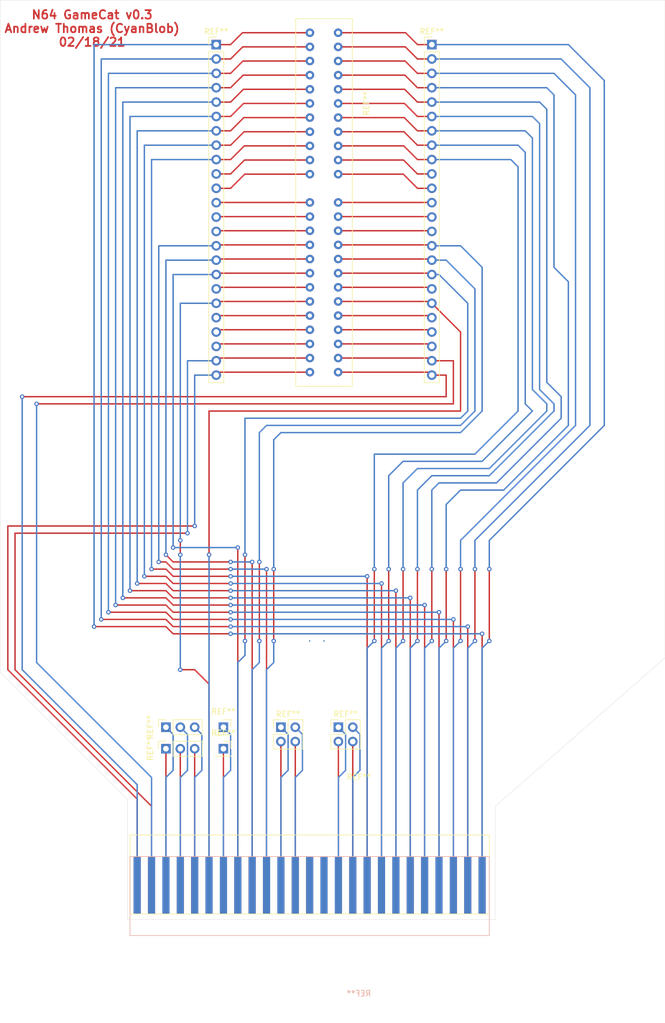
<source format=kicad_pcb>
(kicad_pcb (version 20171130) (host pcbnew 5.1.6+dfsg1-1)

  (general
    (thickness 1.6)
    (drawings 9)
    (tracks 537)
    (zones 0)
    (modules 11)
    (nets 1)
  )

  (page A4)
  (layers
    (0 F.Cu signal)
    (31 B.Cu signal)
    (32 B.Adhes user)
    (33 F.Adhes user)
    (34 B.Paste user)
    (35 F.Paste user)
    (36 B.SilkS user)
    (37 F.SilkS user)
    (38 B.Mask user)
    (39 F.Mask user)
    (40 Dwgs.User user)
    (41 Cmts.User user)
    (42 Eco1.User user)
    (43 Eco2.User user)
    (44 Edge.Cuts user)
    (45 Margin user)
    (46 B.CrtYd user)
    (47 F.CrtYd user)
    (48 B.Fab user)
    (49 F.Fab user)
  )

  (setup
    (last_trace_width 0.25)
    (trace_clearance 0.2)
    (zone_clearance 0.508)
    (zone_45_only no)
    (trace_min 0.2)
    (via_size 0.8)
    (via_drill 0.4)
    (via_min_size 0.4)
    (via_min_drill 0.3)
    (uvia_size 0.3)
    (uvia_drill 0.1)
    (uvias_allowed no)
    (uvia_min_size 0.2)
    (uvia_min_drill 0.1)
    (edge_width 0.05)
    (segment_width 0.2)
    (pcb_text_width 0.3)
    (pcb_text_size 1.5 1.5)
    (mod_edge_width 0.12)
    (mod_text_size 1 1)
    (mod_text_width 0.15)
    (pad_size 1.524 1.524)
    (pad_drill 0.762)
    (pad_to_mask_clearance 0.05)
    (aux_axis_origin 0 0)
    (visible_elements FFFFFF7F)
    (pcbplotparams
      (layerselection 0x010fc_ffffffff)
      (usegerberextensions false)
      (usegerberattributes true)
      (usegerberadvancedattributes true)
      (creategerberjobfile true)
      (excludeedgelayer true)
      (linewidth 0.100000)
      (plotframeref false)
      (viasonmask false)
      (mode 1)
      (useauxorigin false)
      (hpglpennumber 1)
      (hpglpenspeed 20)
      (hpglpendiameter 15.000000)
      (psnegative false)
      (psa4output false)
      (plotreference true)
      (plotvalue true)
      (plotinvisibletext false)
      (padsonsilk false)
      (subtractmaskfromsilk false)
      (outputformat 1)
      (mirror false)
      (drillshape 0)
      (scaleselection 1)
      (outputdirectory ""))
  )

  (net 0 "")

  (net_class Default "This is the default net class."
    (clearance 0.2)
    (trace_width 0.25)
    (via_dia 0.8)
    (via_drill 0.4)
    (uvia_dia 0.3)
    (uvia_drill 0.1)
  )

  (module Connector_PinHeader_2.54mm:PinHeader_2x02_P2.54mm_Vertical (layer F.Cu) (tedit 59FED5CC) (tstamp 602FEEC4)
    (at 144.78 143.51)
    (descr "Through hole straight pin header, 2x02, 2.54mm pitch, double rows")
    (tags "Through hole pin header THT 2x02 2.54mm double row")
    (fp_text reference REF** (at 1.27 -2.33) (layer F.SilkS)
      (effects (font (size 1 1) (thickness 0.15)))
    )
    (fp_text value PinHeader_2x02_P2.54mm_Vertical (at 1.27 4.87) (layer F.Fab)
      (effects (font (size 1 1) (thickness 0.15)))
    )
    (fp_text user %R (at 1.27 1.27 90) (layer F.Fab)
      (effects (font (size 1 1) (thickness 0.15)))
    )
    (fp_line (start 0 -1.27) (end 3.81 -1.27) (layer F.Fab) (width 0.1))
    (fp_line (start 3.81 -1.27) (end 3.81 3.81) (layer F.Fab) (width 0.1))
    (fp_line (start 3.81 3.81) (end -1.27 3.81) (layer F.Fab) (width 0.1))
    (fp_line (start -1.27 3.81) (end -1.27 0) (layer F.Fab) (width 0.1))
    (fp_line (start -1.27 0) (end 0 -1.27) (layer F.Fab) (width 0.1))
    (fp_line (start -1.33 3.87) (end 3.87 3.87) (layer F.SilkS) (width 0.12))
    (fp_line (start -1.33 1.27) (end -1.33 3.87) (layer F.SilkS) (width 0.12))
    (fp_line (start 3.87 -1.33) (end 3.87 3.87) (layer F.SilkS) (width 0.12))
    (fp_line (start -1.33 1.27) (end 1.27 1.27) (layer F.SilkS) (width 0.12))
    (fp_line (start 1.27 1.27) (end 1.27 -1.33) (layer F.SilkS) (width 0.12))
    (fp_line (start 1.27 -1.33) (end 3.87 -1.33) (layer F.SilkS) (width 0.12))
    (fp_line (start -1.33 0) (end -1.33 -1.33) (layer F.SilkS) (width 0.12))
    (fp_line (start -1.33 -1.33) (end 0 -1.33) (layer F.SilkS) (width 0.12))
    (fp_line (start -1.8 -1.8) (end -1.8 4.35) (layer F.CrtYd) (width 0.05))
    (fp_line (start -1.8 4.35) (end 4.35 4.35) (layer F.CrtYd) (width 0.05))
    (fp_line (start 4.35 4.35) (end 4.35 -1.8) (layer F.CrtYd) (width 0.05))
    (fp_line (start 4.35 -1.8) (end -1.8 -1.8) (layer F.CrtYd) (width 0.05))
    (pad 4 thru_hole oval (at 2.54 2.54) (size 1.7 1.7) (drill 1) (layers *.Cu *.Mask))
    (pad 3 thru_hole oval (at 0 2.54) (size 1.7 1.7) (drill 1) (layers *.Cu *.Mask))
    (pad 2 thru_hole oval (at 2.54 0) (size 1.7 1.7) (drill 1) (layers *.Cu *.Mask))
    (pad 1 thru_hole rect (at 0 0) (size 1.7 1.7) (drill 1) (layers *.Cu *.Mask))
    (model ${KISYS3DMOD}/Connector_PinHeader_2.54mm.3dshapes/PinHeader_2x02_P2.54mm_Vertical.wrl
      (at (xyz 0 0 0))
      (scale (xyz 1 1 1))
      (rotate (xyz 0 0 0))
    )
  )

  (module Connector_PinHeader_2.54mm:PinHeader_2x02_P2.54mm_Vertical (layer F.Cu) (tedit 59FED5CC) (tstamp 602FEE78)
    (at 134.62 143.51)
    (descr "Through hole straight pin header, 2x02, 2.54mm pitch, double rows")
    (tags "Through hole pin header THT 2x02 2.54mm double row")
    (fp_text reference REF** (at 1.27 -2.33) (layer F.SilkS)
      (effects (font (size 1 1) (thickness 0.15)))
    )
    (fp_text value PinHeader_2x02_P2.54mm_Vertical (at 1.27 4.87) (layer F.Fab)
      (effects (font (size 1 1) (thickness 0.15)))
    )
    (fp_text user %R (at 1.27 1.27 90) (layer F.Fab)
      (effects (font (size 1 1) (thickness 0.15)))
    )
    (fp_line (start 0 -1.27) (end 3.81 -1.27) (layer F.Fab) (width 0.1))
    (fp_line (start 3.81 -1.27) (end 3.81 3.81) (layer F.Fab) (width 0.1))
    (fp_line (start 3.81 3.81) (end -1.27 3.81) (layer F.Fab) (width 0.1))
    (fp_line (start -1.27 3.81) (end -1.27 0) (layer F.Fab) (width 0.1))
    (fp_line (start -1.27 0) (end 0 -1.27) (layer F.Fab) (width 0.1))
    (fp_line (start -1.33 3.87) (end 3.87 3.87) (layer F.SilkS) (width 0.12))
    (fp_line (start -1.33 1.27) (end -1.33 3.87) (layer F.SilkS) (width 0.12))
    (fp_line (start 3.87 -1.33) (end 3.87 3.87) (layer F.SilkS) (width 0.12))
    (fp_line (start -1.33 1.27) (end 1.27 1.27) (layer F.SilkS) (width 0.12))
    (fp_line (start 1.27 1.27) (end 1.27 -1.33) (layer F.SilkS) (width 0.12))
    (fp_line (start 1.27 -1.33) (end 3.87 -1.33) (layer F.SilkS) (width 0.12))
    (fp_line (start -1.33 0) (end -1.33 -1.33) (layer F.SilkS) (width 0.12))
    (fp_line (start -1.33 -1.33) (end 0 -1.33) (layer F.SilkS) (width 0.12))
    (fp_line (start -1.8 -1.8) (end -1.8 4.35) (layer F.CrtYd) (width 0.05))
    (fp_line (start -1.8 4.35) (end 4.35 4.35) (layer F.CrtYd) (width 0.05))
    (fp_line (start 4.35 4.35) (end 4.35 -1.8) (layer F.CrtYd) (width 0.05))
    (fp_line (start 4.35 -1.8) (end -1.8 -1.8) (layer F.CrtYd) (width 0.05))
    (pad 4 thru_hole oval (at 2.54 2.54) (size 1.7 1.7) (drill 1) (layers *.Cu *.Mask))
    (pad 3 thru_hole oval (at 0 2.54) (size 1.7 1.7) (drill 1) (layers *.Cu *.Mask))
    (pad 2 thru_hole oval (at 2.54 0) (size 1.7 1.7) (drill 1) (layers *.Cu *.Mask))
    (pad 1 thru_hole rect (at 0 0) (size 1.7 1.7) (drill 1) (layers *.Cu *.Mask))
    (model ${KISYS3DMOD}/Connector_PinHeader_2.54mm.3dshapes/PinHeader_2x02_P2.54mm_Vertical.wrl
      (at (xyz 0 0 0))
      (scale (xyz 1 1 1))
      (rotate (xyz 0 0 0))
    )
  )

  (module Connector_PinSocket_2.54mm:PinSocket_1x03_P2.54mm_Vertical (layer F.Cu) (tedit 5A19A429) (tstamp 602FED56)
    (at 114.3 143.51 90)
    (descr "Through hole straight socket strip, 1x03, 2.54mm pitch, single row (from Kicad 4.0.7), script generated")
    (tags "Through hole socket strip THT 1x03 2.54mm single row")
    (fp_text reference REF** (at 0 -2.77 90) (layer F.SilkS)
      (effects (font (size 1 1) (thickness 0.15)))
    )
    (fp_text value PinSocket_1x03_P2.54mm_Vertical (at 0 7.85 90) (layer F.Fab)
      (effects (font (size 1 1) (thickness 0.15)))
    )
    (fp_text user %R (at 0 2.54) (layer F.Fab)
      (effects (font (size 1 1) (thickness 0.15)))
    )
    (fp_line (start -1.27 -1.27) (end 0.635 -1.27) (layer F.Fab) (width 0.1))
    (fp_line (start 0.635 -1.27) (end 1.27 -0.635) (layer F.Fab) (width 0.1))
    (fp_line (start 1.27 -0.635) (end 1.27 6.35) (layer F.Fab) (width 0.1))
    (fp_line (start 1.27 6.35) (end -1.27 6.35) (layer F.Fab) (width 0.1))
    (fp_line (start -1.27 6.35) (end -1.27 -1.27) (layer F.Fab) (width 0.1))
    (fp_line (start -1.33 1.27) (end 1.33 1.27) (layer F.SilkS) (width 0.12))
    (fp_line (start -1.33 1.27) (end -1.33 6.41) (layer F.SilkS) (width 0.12))
    (fp_line (start -1.33 6.41) (end 1.33 6.41) (layer F.SilkS) (width 0.12))
    (fp_line (start 1.33 1.27) (end 1.33 6.41) (layer F.SilkS) (width 0.12))
    (fp_line (start 1.33 -1.33) (end 1.33 0) (layer F.SilkS) (width 0.12))
    (fp_line (start 0 -1.33) (end 1.33 -1.33) (layer F.SilkS) (width 0.12))
    (fp_line (start -1.8 -1.8) (end 1.75 -1.8) (layer F.CrtYd) (width 0.05))
    (fp_line (start 1.75 -1.8) (end 1.75 6.85) (layer F.CrtYd) (width 0.05))
    (fp_line (start 1.75 6.85) (end -1.8 6.85) (layer F.CrtYd) (width 0.05))
    (fp_line (start -1.8 6.85) (end -1.8 -1.8) (layer F.CrtYd) (width 0.05))
    (pad 3 thru_hole oval (at 0 5.08 90) (size 1.7 1.7) (drill 1) (layers *.Cu *.Mask))
    (pad 2 thru_hole oval (at 0 2.54 90) (size 1.7 1.7) (drill 1) (layers *.Cu *.Mask))
    (pad 1 thru_hole rect (at 0 0 90) (size 1.7 1.7) (drill 1) (layers *.Cu *.Mask))
    (model ${KISYS3DMOD}/Connector_PinSocket_2.54mm.3dshapes/PinSocket_1x03_P2.54mm_Vertical.wrl
      (at (xyz 0 0 0))
      (scale (xyz 1 1 1))
      (rotate (xyz 0 0 0))
    )
  )

  (module Connector_PinSocket_2.54mm:PinSocket_1x03_P2.54mm_Vertical (layer F.Cu) (tedit 5A19A429) (tstamp 602FED13)
    (at 114.3 147.32 90)
    (descr "Through hole straight socket strip, 1x03, 2.54mm pitch, single row (from Kicad 4.0.7), script generated")
    (tags "Through hole socket strip THT 1x03 2.54mm single row")
    (fp_text reference REF** (at 0 -2.77 90) (layer F.SilkS)
      (effects (font (size 1 1) (thickness 0.15)))
    )
    (fp_text value PinSocket_1x03_P2.54mm_Vertical (at 0 7.85 90) (layer F.Fab)
      (effects (font (size 1 1) (thickness 0.15)))
    )
    (fp_text user %R (at 0 2.54) (layer F.Fab)
      (effects (font (size 1 1) (thickness 0.15)))
    )
    (fp_line (start -1.27 -1.27) (end 0.635 -1.27) (layer F.Fab) (width 0.1))
    (fp_line (start 0.635 -1.27) (end 1.27 -0.635) (layer F.Fab) (width 0.1))
    (fp_line (start 1.27 -0.635) (end 1.27 6.35) (layer F.Fab) (width 0.1))
    (fp_line (start 1.27 6.35) (end -1.27 6.35) (layer F.Fab) (width 0.1))
    (fp_line (start -1.27 6.35) (end -1.27 -1.27) (layer F.Fab) (width 0.1))
    (fp_line (start -1.33 1.27) (end 1.33 1.27) (layer F.SilkS) (width 0.12))
    (fp_line (start -1.33 1.27) (end -1.33 6.41) (layer F.SilkS) (width 0.12))
    (fp_line (start -1.33 6.41) (end 1.33 6.41) (layer F.SilkS) (width 0.12))
    (fp_line (start 1.33 1.27) (end 1.33 6.41) (layer F.SilkS) (width 0.12))
    (fp_line (start 1.33 -1.33) (end 1.33 0) (layer F.SilkS) (width 0.12))
    (fp_line (start 0 -1.33) (end 1.33 -1.33) (layer F.SilkS) (width 0.12))
    (fp_line (start -1.8 -1.8) (end 1.75 -1.8) (layer F.CrtYd) (width 0.05))
    (fp_line (start 1.75 -1.8) (end 1.75 6.85) (layer F.CrtYd) (width 0.05))
    (fp_line (start 1.75 6.85) (end -1.8 6.85) (layer F.CrtYd) (width 0.05))
    (fp_line (start -1.8 6.85) (end -1.8 -1.8) (layer F.CrtYd) (width 0.05))
    (pad 3 thru_hole oval (at 0 5.08 90) (size 1.7 1.7) (drill 1) (layers *.Cu *.Mask))
    (pad 2 thru_hole oval (at 0 2.54 90) (size 1.7 1.7) (drill 1) (layers *.Cu *.Mask))
    (pad 1 thru_hole rect (at 0 0 90) (size 1.7 1.7) (drill 1) (layers *.Cu *.Mask))
    (model ${KISYS3DMOD}/Connector_PinSocket_2.54mm.3dshapes/PinSocket_1x03_P2.54mm_Vertical.wrl
      (at (xyz 0 0 0))
      (scale (xyz 1 1 1))
      (rotate (xyz 0 0 0))
    )
  )

  (module Connector_PinSocket_2.54mm:PinSocket_1x01_P2.54mm_Vertical (layer F.Cu) (tedit 5A19A434) (tstamp 602FEBCC)
    (at 124.46 147.32)
    (descr "Through hole straight socket strip, 1x01, 2.54mm pitch, single row (from Kicad 4.0.7), script generated")
    (tags "Through hole socket strip THT 1x01 2.54mm single row")
    (fp_text reference REF** (at 0 -2.77) (layer F.SilkS)
      (effects (font (size 1 1) (thickness 0.15)))
    )
    (fp_text value PinSocket_1x01_P2.54mm_Vertical (at 0 2.77) (layer F.Fab)
      (effects (font (size 1 1) (thickness 0.15)))
    )
    (fp_text user %R (at 0 0) (layer F.Fab)
      (effects (font (size 1 1) (thickness 0.15)))
    )
    (fp_line (start -1.27 -1.27) (end 0.635 -1.27) (layer F.Fab) (width 0.1))
    (fp_line (start 0.635 -1.27) (end 1.27 -0.635) (layer F.Fab) (width 0.1))
    (fp_line (start 1.27 -0.635) (end 1.27 1.27) (layer F.Fab) (width 0.1))
    (fp_line (start 1.27 1.27) (end -1.27 1.27) (layer F.Fab) (width 0.1))
    (fp_line (start -1.27 1.27) (end -1.27 -1.27) (layer F.Fab) (width 0.1))
    (fp_line (start -1.33 1.33) (end 1.33 1.33) (layer F.SilkS) (width 0.12))
    (fp_line (start -1.33 1.21) (end -1.33 1.33) (layer F.SilkS) (width 0.12))
    (fp_line (start 1.33 1.21) (end 1.33 1.33) (layer F.SilkS) (width 0.12))
    (fp_line (start 1.33 -1.33) (end 1.33 0) (layer F.SilkS) (width 0.12))
    (fp_line (start 0 -1.33) (end 1.33 -1.33) (layer F.SilkS) (width 0.12))
    (fp_line (start -1.8 -1.8) (end 1.75 -1.8) (layer F.CrtYd) (width 0.05))
    (fp_line (start 1.75 -1.8) (end 1.75 1.75) (layer F.CrtYd) (width 0.05))
    (fp_line (start 1.75 1.75) (end -1.8 1.75) (layer F.CrtYd) (width 0.05))
    (fp_line (start -1.8 1.75) (end -1.8 -1.8) (layer F.CrtYd) (width 0.05))
    (pad 1 thru_hole rect (at 0 0) (size 1.7 1.7) (drill 1) (layers *.Cu *.Mask))
    (model ${KISYS3DMOD}/Connector_PinSocket_2.54mm.3dshapes/PinSocket_1x01_P2.54mm_Vertical.wrl
      (at (xyz 0 0 0))
      (scale (xyz 1 1 1))
      (rotate (xyz 0 0 0))
    )
  )

  (module Connector_PinSocket_2.54mm:PinSocket_1x01_P2.54mm_Vertical (layer F.Cu) (tedit 5A19A434) (tstamp 602FEB92)
    (at 124.46 143.51)
    (descr "Through hole straight socket strip, 1x01, 2.54mm pitch, single row (from Kicad 4.0.7), script generated")
    (tags "Through hole socket strip THT 1x01 2.54mm single row")
    (fp_text reference REF** (at 0 -2.77) (layer F.SilkS)
      (effects (font (size 1 1) (thickness 0.15)))
    )
    (fp_text value PinSocket_1x01_P2.54mm_Vertical (at 0 2.77) (layer F.Fab)
      (effects (font (size 1 1) (thickness 0.15)))
    )
    (fp_text user %R (at 0 0) (layer F.Fab)
      (effects (font (size 1 1) (thickness 0.15)))
    )
    (fp_line (start -1.27 -1.27) (end 0.635 -1.27) (layer F.Fab) (width 0.1))
    (fp_line (start 0.635 -1.27) (end 1.27 -0.635) (layer F.Fab) (width 0.1))
    (fp_line (start 1.27 -0.635) (end 1.27 1.27) (layer F.Fab) (width 0.1))
    (fp_line (start 1.27 1.27) (end -1.27 1.27) (layer F.Fab) (width 0.1))
    (fp_line (start -1.27 1.27) (end -1.27 -1.27) (layer F.Fab) (width 0.1))
    (fp_line (start -1.33 1.33) (end 1.33 1.33) (layer F.SilkS) (width 0.12))
    (fp_line (start -1.33 1.21) (end -1.33 1.33) (layer F.SilkS) (width 0.12))
    (fp_line (start 1.33 1.21) (end 1.33 1.33) (layer F.SilkS) (width 0.12))
    (fp_line (start 1.33 -1.33) (end 1.33 0) (layer F.SilkS) (width 0.12))
    (fp_line (start 0 -1.33) (end 1.33 -1.33) (layer F.SilkS) (width 0.12))
    (fp_line (start -1.8 -1.8) (end 1.75 -1.8) (layer F.CrtYd) (width 0.05))
    (fp_line (start 1.75 -1.8) (end 1.75 1.75) (layer F.CrtYd) (width 0.05))
    (fp_line (start 1.75 1.75) (end -1.8 1.75) (layer F.CrtYd) (width 0.05))
    (fp_line (start -1.8 1.75) (end -1.8 -1.8) (layer F.CrtYd) (width 0.05))
    (pad 1 thru_hole rect (at 0 0) (size 1.7 1.7) (drill 1) (layers *.Cu *.Mask))
    (model ${KISYS3DMOD}/Connector_PinSocket_2.54mm.3dshapes/PinSocket_1x01_P2.54mm_Vertical.wrl
      (at (xyz 0 0 0))
      (scale (xyz 1 1 1))
      (rotate (xyz 0 0 0))
    )
  )

  (module Connector_PinHeader_2.54mm:PinHeader_1x24_P2.54mm_Vertical (layer F.Cu) (tedit 59FED5CC) (tstamp 602FD45C)
    (at 161.29 22.86)
    (descr "Through hole straight pin header, 1x24, 2.54mm pitch, single row")
    (tags "Through hole pin header THT 1x24 2.54mm single row")
    (fp_text reference REF** (at 0 -2.33) (layer F.SilkS)
      (effects (font (size 1 1) (thickness 0.15)))
    )
    (fp_text value PinHeader_1x24_P2.54mm_Vertical (at 0 60.75) (layer F.Fab)
      (effects (font (size 1 1) (thickness 0.15)))
    )
    (fp_text user %R (at 0 29.21 90) (layer F.Fab)
      (effects (font (size 1 1) (thickness 0.15)))
    )
    (fp_line (start -0.635 -1.27) (end 1.27 -1.27) (layer F.Fab) (width 0.1))
    (fp_line (start 1.27 -1.27) (end 1.27 59.69) (layer F.Fab) (width 0.1))
    (fp_line (start 1.27 59.69) (end -1.27 59.69) (layer F.Fab) (width 0.1))
    (fp_line (start -1.27 59.69) (end -1.27 -0.635) (layer F.Fab) (width 0.1))
    (fp_line (start -1.27 -0.635) (end -0.635 -1.27) (layer F.Fab) (width 0.1))
    (fp_line (start -1.33 59.75) (end 1.33 59.75) (layer F.SilkS) (width 0.12))
    (fp_line (start -1.33 1.27) (end -1.33 59.75) (layer F.SilkS) (width 0.12))
    (fp_line (start 1.33 1.27) (end 1.33 59.75) (layer F.SilkS) (width 0.12))
    (fp_line (start -1.33 1.27) (end 1.33 1.27) (layer F.SilkS) (width 0.12))
    (fp_line (start -1.33 0) (end -1.33 -1.33) (layer F.SilkS) (width 0.12))
    (fp_line (start -1.33 -1.33) (end 0 -1.33) (layer F.SilkS) (width 0.12))
    (fp_line (start -1.8 -1.8) (end -1.8 60.2) (layer F.CrtYd) (width 0.05))
    (fp_line (start -1.8 60.2) (end 1.8 60.2) (layer F.CrtYd) (width 0.05))
    (fp_line (start 1.8 60.2) (end 1.8 -1.8) (layer F.CrtYd) (width 0.05))
    (fp_line (start 1.8 -1.8) (end -1.8 -1.8) (layer F.CrtYd) (width 0.05))
    (pad 24 thru_hole oval (at 0 58.42) (size 1.7 1.7) (drill 1) (layers *.Cu *.Mask))
    (pad 23 thru_hole oval (at 0 55.88) (size 1.7 1.7) (drill 1) (layers *.Cu *.Mask))
    (pad 22 thru_hole oval (at 0 53.34) (size 1.7 1.7) (drill 1) (layers *.Cu *.Mask))
    (pad 21 thru_hole oval (at 0 50.8) (size 1.7 1.7) (drill 1) (layers *.Cu *.Mask))
    (pad 20 thru_hole oval (at 0 48.26) (size 1.7 1.7) (drill 1) (layers *.Cu *.Mask))
    (pad 19 thru_hole oval (at 0 45.72) (size 1.7 1.7) (drill 1) (layers *.Cu *.Mask))
    (pad 18 thru_hole oval (at 0 43.18) (size 1.7 1.7) (drill 1) (layers *.Cu *.Mask))
    (pad 17 thru_hole oval (at 0 40.64) (size 1.7 1.7) (drill 1) (layers *.Cu *.Mask))
    (pad 16 thru_hole oval (at 0 38.1) (size 1.7 1.7) (drill 1) (layers *.Cu *.Mask))
    (pad 15 thru_hole oval (at 0 35.56) (size 1.7 1.7) (drill 1) (layers *.Cu *.Mask))
    (pad 14 thru_hole oval (at 0 33.02) (size 1.7 1.7) (drill 1) (layers *.Cu *.Mask))
    (pad 13 thru_hole oval (at 0 30.48) (size 1.7 1.7) (drill 1) (layers *.Cu *.Mask))
    (pad 12 thru_hole oval (at 0 27.94) (size 1.7 1.7) (drill 1) (layers *.Cu *.Mask))
    (pad 11 thru_hole oval (at 0 25.4) (size 1.7 1.7) (drill 1) (layers *.Cu *.Mask))
    (pad 10 thru_hole oval (at 0 22.86) (size 1.7 1.7) (drill 1) (layers *.Cu *.Mask))
    (pad 9 thru_hole oval (at 0 20.32) (size 1.7 1.7) (drill 1) (layers *.Cu *.Mask))
    (pad 8 thru_hole oval (at 0 17.78) (size 1.7 1.7) (drill 1) (layers *.Cu *.Mask))
    (pad 7 thru_hole oval (at 0 15.24) (size 1.7 1.7) (drill 1) (layers *.Cu *.Mask))
    (pad 6 thru_hole oval (at 0 12.7) (size 1.7 1.7) (drill 1) (layers *.Cu *.Mask))
    (pad 5 thru_hole oval (at 0 10.16) (size 1.7 1.7) (drill 1) (layers *.Cu *.Mask))
    (pad 4 thru_hole oval (at 0 7.62) (size 1.7 1.7) (drill 1) (layers *.Cu *.Mask))
    (pad 3 thru_hole oval (at 0 5.08) (size 1.7 1.7) (drill 1) (layers *.Cu *.Mask))
    (pad 2 thru_hole oval (at 0 2.54) (size 1.7 1.7) (drill 1) (layers *.Cu *.Mask))
    (pad 1 thru_hole rect (at 0 0) (size 1.7 1.7) (drill 1) (layers *.Cu *.Mask))
    (model ${KISYS3DMOD}/Connector_PinHeader_2.54mm.3dshapes/PinHeader_1x24_P2.54mm_Vertical.wrl
      (at (xyz 0 0 0))
      (scale (xyz 1 1 1))
      (rotate (xyz 0 0 0))
    )
  )

  (module Connector_PinHeader_2.54mm:PinHeader_1x24_P2.54mm_Vertical (layer F.Cu) (tedit 59FED5CC) (tstamp 602FCF30)
    (at 123.19 22.86)
    (descr "Through hole straight pin header, 1x24, 2.54mm pitch, single row")
    (tags "Through hole pin header THT 1x24 2.54mm single row")
    (fp_text reference REF** (at 0 -2.33) (layer F.SilkS)
      (effects (font (size 1 1) (thickness 0.15)))
    )
    (fp_text value PinHeader_1x24_P2.54mm_Vertical (at 0 60.75) (layer F.Fab)
      (effects (font (size 1 1) (thickness 0.15)))
    )
    (fp_line (start 1.8 -1.8) (end -1.8 -1.8) (layer F.CrtYd) (width 0.05))
    (fp_line (start 1.8 60.2) (end 1.8 -1.8) (layer F.CrtYd) (width 0.05))
    (fp_line (start -1.8 60.2) (end 1.8 60.2) (layer F.CrtYd) (width 0.05))
    (fp_line (start -1.8 -1.8) (end -1.8 60.2) (layer F.CrtYd) (width 0.05))
    (fp_line (start -1.33 -1.33) (end 0 -1.33) (layer F.SilkS) (width 0.12))
    (fp_line (start -1.33 0) (end -1.33 -1.33) (layer F.SilkS) (width 0.12))
    (fp_line (start -1.33 1.27) (end 1.33 1.27) (layer F.SilkS) (width 0.12))
    (fp_line (start 1.33 1.27) (end 1.33 59.75) (layer F.SilkS) (width 0.12))
    (fp_line (start -1.33 1.27) (end -1.33 59.75) (layer F.SilkS) (width 0.12))
    (fp_line (start -1.33 59.75) (end 1.33 59.75) (layer F.SilkS) (width 0.12))
    (fp_line (start -1.27 -0.635) (end -0.635 -1.27) (layer F.Fab) (width 0.1))
    (fp_line (start -1.27 59.69) (end -1.27 -0.635) (layer F.Fab) (width 0.1))
    (fp_line (start 1.27 59.69) (end -1.27 59.69) (layer F.Fab) (width 0.1))
    (fp_line (start 1.27 -1.27) (end 1.27 59.69) (layer F.Fab) (width 0.1))
    (fp_line (start -0.635 -1.27) (end 1.27 -1.27) (layer F.Fab) (width 0.1))
    (fp_text user %R (at 0 29.21 90) (layer F.Fab)
      (effects (font (size 1 1) (thickness 0.15)))
    )
    (pad 1 thru_hole rect (at 0 0) (size 1.7 1.7) (drill 1) (layers *.Cu *.Mask))
    (pad 2 thru_hole oval (at 0 2.54) (size 1.7 1.7) (drill 1) (layers *.Cu *.Mask))
    (pad 3 thru_hole oval (at 0 5.08) (size 1.7 1.7) (drill 1) (layers *.Cu *.Mask))
    (pad 4 thru_hole oval (at 0 7.62) (size 1.7 1.7) (drill 1) (layers *.Cu *.Mask))
    (pad 5 thru_hole oval (at 0 10.16) (size 1.7 1.7) (drill 1) (layers *.Cu *.Mask))
    (pad 6 thru_hole oval (at 0 12.7) (size 1.7 1.7) (drill 1) (layers *.Cu *.Mask))
    (pad 7 thru_hole oval (at 0 15.24) (size 1.7 1.7) (drill 1) (layers *.Cu *.Mask))
    (pad 8 thru_hole oval (at 0 17.78) (size 1.7 1.7) (drill 1) (layers *.Cu *.Mask))
    (pad 9 thru_hole oval (at 0 20.32) (size 1.7 1.7) (drill 1) (layers *.Cu *.Mask))
    (pad 10 thru_hole oval (at 0 22.86) (size 1.7 1.7) (drill 1) (layers *.Cu *.Mask))
    (pad 11 thru_hole oval (at 0 25.4) (size 1.7 1.7) (drill 1) (layers *.Cu *.Mask))
    (pad 12 thru_hole oval (at 0 27.94) (size 1.7 1.7) (drill 1) (layers *.Cu *.Mask))
    (pad 13 thru_hole oval (at 0 30.48) (size 1.7 1.7) (drill 1) (layers *.Cu *.Mask))
    (pad 14 thru_hole oval (at 0 33.02) (size 1.7 1.7) (drill 1) (layers *.Cu *.Mask))
    (pad 15 thru_hole oval (at 0 35.56) (size 1.7 1.7) (drill 1) (layers *.Cu *.Mask))
    (pad 16 thru_hole oval (at 0 38.1) (size 1.7 1.7) (drill 1) (layers *.Cu *.Mask))
    (pad 17 thru_hole oval (at 0 40.64) (size 1.7 1.7) (drill 1) (layers *.Cu *.Mask))
    (pad 18 thru_hole oval (at 0 43.18) (size 1.7 1.7) (drill 1) (layers *.Cu *.Mask))
    (pad 19 thru_hole oval (at 0 45.72) (size 1.7 1.7) (drill 1) (layers *.Cu *.Mask))
    (pad 20 thru_hole oval (at 0 48.26) (size 1.7 1.7) (drill 1) (layers *.Cu *.Mask))
    (pad 21 thru_hole oval (at 0 50.8) (size 1.7 1.7) (drill 1) (layers *.Cu *.Mask))
    (pad 22 thru_hole oval (at 0 53.34) (size 1.7 1.7) (drill 1) (layers *.Cu *.Mask))
    (pad 23 thru_hole oval (at 0 55.88) (size 1.7 1.7) (drill 1) (layers *.Cu *.Mask))
    (pad 24 thru_hole oval (at 0 58.42) (size 1.7 1.7) (drill 1) (layers *.Cu *.Mask))
    (model ${KISYS3DMOD}/Connector_PinHeader_2.54mm.3dshapes/PinHeader_1x24_P2.54mm_Vertical.wrl
      (at (xyz 0 0 0))
      (scale (xyz 1 1 1))
      (rotate (xyz 0 0 0))
    )
  )

  (module test_pcb:N64_cartridge_pins_2.5mm (layer B.Cu) (tedit 602F2DDA) (tstamp 5F49BC6B)
    (at 135.89 195.58)
    (fp_text reference REF** (at 12.5 -5) (layer B.SilkS)
      (effects (font (size 1 1) (thickness 0.15)) (justify mirror))
    )
    (fp_text value N64_cartridge_pins_2.5mm (at 0 -5) (layer B.Fab)
      (effects (font (size 1 1) (thickness 0.15)) (justify mirror))
    )
    (fp_line (start -27.94 -29.21) (end -27.94 -15.24) (layer B.SilkS) (width 0.12))
    (fp_line (start -27.94 -15.24) (end 35.56 -15.24) (layer B.SilkS) (width 0.12))
    (fp_line (start 35.56 -15.24) (end 35.56 -29.21) (layer B.SilkS) (width 0.12))
    (fp_line (start 35.56 -29.21) (end -27.94 -29.21) (layer B.SilkS) (width 0.12))
    (pad 25 smd rect (at 34.29 -24.13) (size 1.27 10) (layers B.Cu B.Paste B.Mask))
    (pad 24 smd rect (at 31.75 -24.13) (size 1.27 10) (layers B.Cu B.Paste B.Mask))
    (pad 23 smd rect (at 29.21 -24.13) (size 1.27 10) (layers B.Cu B.Paste B.Mask))
    (pad 22 smd rect (at 26.67 -24.13) (size 1.27 10) (layers B.Cu B.Paste B.Mask))
    (pad 21 smd rect (at 24.13 -24.13) (size 1.27 10) (layers B.Cu B.Paste B.Mask))
    (pad 20 smd rect (at 21.59 -24.13) (size 1.27 10) (layers B.Cu B.Paste B.Mask))
    (pad 19 smd rect (at 19.05 -24.13) (size 1.27 10) (layers B.Cu B.Paste B.Mask))
    (pad 18 smd rect (at 16.51 -24.13) (size 1.27 10) (layers B.Cu B.Paste B.Mask))
    (pad 17 smd rect (at 13.97 -24.13) (size 1.27 10) (layers B.Cu B.Paste B.Mask))
    (pad 16 smd rect (at 11.43 -24.13) (size 1.27 10) (layers B.Cu B.Paste B.Mask))
    (pad 15 smd rect (at 8.89 -24.13) (size 1.27 10) (layers B.Cu B.Paste B.Mask))
    (pad 14 smd rect (at 6.35 -24.13) (size 1.27 10) (layers B.Cu B.Paste B.Mask))
    (pad 13 smd rect (at 3.81 -24.13) (size 1.27 10) (layers B.Cu B.Paste B.Mask))
    (pad 12 smd rect (at 1.27 -24.13) (size 1.27 10) (layers B.Cu B.Paste B.Mask))
    (pad 11 smd rect (at -1.27 -24.13) (size 1.27 10) (layers B.Cu B.Paste B.Mask))
    (pad 10 smd rect (at -3.81 -24.13) (size 1.27 10) (layers B.Cu B.Paste B.Mask))
    (pad 9 smd rect (at -6.35 -24.13) (size 1.27 10) (layers B.Cu B.Paste B.Mask))
    (pad 8 smd rect (at -8.89 -24.13) (size 1.27 10) (layers B.Cu B.Paste B.Mask))
    (pad 7 smd rect (at -11.43 -24.13) (size 1.27 10) (layers B.Cu B.Paste B.Mask))
    (pad 6 smd rect (at -13.97 -24.13) (size 1.27 10) (layers B.Cu B.Paste B.Mask))
    (pad 5 smd rect (at -16.51 -24.13) (size 1.27 10) (layers B.Cu B.Paste B.Mask))
    (pad 4 smd rect (at -19.05 -24.13) (size 1.27 10) (layers B.Cu B.Paste B.Mask))
    (pad 3 smd rect (at -21.59 -24.13) (size 1.27 10) (layers B.Cu B.Paste B.Mask))
    (pad 2 smd rect (at -24.13 -24.13) (size 1.27 10) (layers B.Cu B.Paste B.Mask))
    (pad 1 smd rect (at -26.67 -24.13) (size 1.27 10) (layers B.Cu B.Paste B.Mask))
  )

  (module test_pcb:N64_cartridge_pins_2.5mm (layer F.Cu) (tedit 602F2DDA) (tstamp 5F49AE0B)
    (at 135.89 147.32)
    (fp_text reference REF** (at 12.5 5) (layer F.SilkS)
      (effects (font (size 1 1) (thickness 0.15)))
    )
    (fp_text value N64_cartridge_pins_2.5mm (at 0 5) (layer F.Fab)
      (effects (font (size 1 1) (thickness 0.15)))
    )
    (fp_line (start -27.94 29.21) (end -27.94 15.24) (layer F.SilkS) (width 0.12))
    (fp_line (start -27.94 15.24) (end 35.56 15.24) (layer F.SilkS) (width 0.12))
    (fp_line (start 35.56 15.24) (end 35.56 29.21) (layer F.SilkS) (width 0.12))
    (fp_line (start 35.56 29.21) (end -27.94 29.21) (layer F.SilkS) (width 0.12))
    (pad 25 smd rect (at 34.29 24.13) (size 1.27 10) (layers F.Cu F.Paste F.Mask))
    (pad 24 smd rect (at 31.75 24.13) (size 1.27 10) (layers F.Cu F.Paste F.Mask))
    (pad 23 smd rect (at 29.21 24.13) (size 1.27 10) (layers F.Cu F.Paste F.Mask))
    (pad 22 smd rect (at 26.67 24.13) (size 1.27 10) (layers F.Cu F.Paste F.Mask))
    (pad 21 smd rect (at 24.13 24.13) (size 1.27 10) (layers F.Cu F.Paste F.Mask))
    (pad 20 smd rect (at 21.59 24.13) (size 1.27 10) (layers F.Cu F.Paste F.Mask))
    (pad 19 smd rect (at 19.05 24.13) (size 1.27 10) (layers F.Cu F.Paste F.Mask))
    (pad 18 smd rect (at 16.51 24.13) (size 1.27 10) (layers F.Cu F.Paste F.Mask))
    (pad 17 smd rect (at 13.97 24.13) (size 1.27 10) (layers F.Cu F.Paste F.Mask))
    (pad 16 smd rect (at 11.43 24.13) (size 1.27 10) (layers F.Cu F.Paste F.Mask))
    (pad 15 smd rect (at 8.89 24.13) (size 1.27 10) (layers F.Cu F.Paste F.Mask))
    (pad 14 smd rect (at 6.35 24.13) (size 1.27 10) (layers F.Cu F.Paste F.Mask))
    (pad 13 smd rect (at 3.81 24.13) (size 1.27 10) (layers F.Cu F.Paste F.Mask))
    (pad 12 smd rect (at 1.27 24.13) (size 1.27 10) (layers F.Cu F.Paste F.Mask))
    (pad 11 smd rect (at -1.27 24.13) (size 1.27 10) (layers F.Cu F.Paste F.Mask))
    (pad 10 smd rect (at -3.81 24.13) (size 1.27 10) (layers F.Cu F.Paste F.Mask))
    (pad 9 smd rect (at -6.35 24.13) (size 1.27 10) (layers F.Cu F.Paste F.Mask))
    (pad 8 smd rect (at -8.89 24.13) (size 1.27 10) (layers F.Cu F.Paste F.Mask))
    (pad 7 smd rect (at -11.43 24.13) (size 1.27 10) (layers F.Cu F.Paste F.Mask))
    (pad 6 smd rect (at -13.97 24.13) (size 1.27 10) (layers F.Cu F.Paste F.Mask))
    (pad 5 smd rect (at -16.51 24.13) (size 1.27 10) (layers F.Cu F.Paste F.Mask))
    (pad 4 smd rect (at -19.05 24.13) (size 1.27 10) (layers F.Cu F.Paste F.Mask))
    (pad 3 smd rect (at -21.59 24.13) (size 1.27 10) (layers F.Cu F.Paste F.Mask))
    (pad 2 smd rect (at -24.13 24.13) (size 1.27 10) (layers F.Cu F.Paste F.Mask))
    (pad 1 smd rect (at -26.67 24.13) (size 1.27 10) (layers F.Cu F.Paste F.Mask))
  )

  (module test_pcb:N64_cartridge_connecter_2.5mm (layer F.Cu) (tedit 5F493EFC) (tstamp 5F49C25E)
    (at 142.24 48.26 90)
    (fp_text reference REF** (at 15 7.5 90) (layer F.SilkS)
      (effects (font (size 1 1) (thickness 0.15)))
    )
    (fp_text value N64_cartridge_connecter_2.5mm (at 0 7.5 90) (layer F.Fab)
      (effects (font (size 1 1) (thickness 0.15)))
    )
    (fp_line (start -35 -5) (end -35 5) (layer F.SilkS) (width 0.12))
    (fp_line (start -32.5 5) (end 30 5) (layer F.SilkS) (width 0.12))
    (fp_line (start 30 5) (end 30 -5) (layer F.SilkS) (width 0.12))
    (fp_line (start 30 -5) (end -30 -5) (layer F.SilkS) (width 0.12))
    (fp_line (start -30 -5) (end -32.5 -5) (layer F.SilkS) (width 0.12))
    (fp_line (start -35 -5) (end -32.5 -5) (layer F.SilkS) (width 0.12))
    (fp_line (start -35 5) (end -32.5 5) (layer F.SilkS) (width 0.12))
    (pad 49 thru_hole circle (at -32.5 -2.5 90) (size 1.524 1.524) (drill 0.762) (layers *.Cu *.Mask))
    (pad 48 thru_hole circle (at -32.5 2.5 90) (size 1.524 1.524) (drill 0.762) (layers *.Cu *.Mask))
    (pad 47 thru_hole circle (at -30 -2.5 90) (size 1.524 1.524) (drill 0.762) (layers *.Cu *.Mask))
    (pad 46 thru_hole circle (at -27.5 -2.5 90) (size 1.524 1.524) (drill 0.762) (layers *.Cu *.Mask))
    (pad 45 thru_hole circle (at -25 -2.5 90) (size 1.524 1.524) (drill 0.762) (layers *.Cu *.Mask))
    (pad 44 thru_hole circle (at -22.5 -2.5 90) (size 1.524 1.524) (drill 0.762) (layers *.Cu *.Mask))
    (pad 43 thru_hole circle (at -20 -2.5 90) (size 1.524 1.524) (drill 0.762) (layers *.Cu *.Mask))
    (pad 42 thru_hole circle (at -17.5 -2.5 90) (size 1.524 1.524) (drill 0.762) (layers *.Cu *.Mask))
    (pad 41 thru_hole circle (at -15 -2.5 90) (size 1.524 1.524) (drill 0.762) (layers *.Cu *.Mask))
    (pad 40 thru_hole circle (at -12.5 -2.5 90) (size 1.524 1.524) (drill 0.762) (layers *.Cu *.Mask))
    (pad 39 thru_hole circle (at -10 -2.5 90) (size 1.524 1.524) (drill 0.762) (layers *.Cu *.Mask))
    (pad 38 thru_hole circle (at -7.5 -2.5 90) (size 1.524 1.524) (drill 0.762) (layers *.Cu *.Mask))
    (pad 37 thru_hole circle (at -5 -2.5 90) (size 1.524 1.524) (drill 0.762) (layers *.Cu *.Mask))
    (pad 36 thru_hole circle (at -2.5 -2.5 90) (size 1.524 1.524) (drill 0.762) (layers *.Cu *.Mask))
    (pad 35 thru_hole circle (at 2.5 -2.5 90) (size 1.524 1.524) (drill 0.762) (layers *.Cu *.Mask))
    (pad 34 thru_hole circle (at 5 -2.5 90) (size 1.524 1.524) (drill 0.762) (layers *.Cu *.Mask))
    (pad 33 thru_hole circle (at 7.5 -2.5 90) (size 1.524 1.524) (drill 0.762) (layers *.Cu *.Mask))
    (pad 32 thru_hole circle (at 10 -2.5 90) (size 1.524 1.524) (drill 0.762) (layers *.Cu *.Mask))
    (pad 31 thru_hole circle (at 12.5 -2.5 90) (size 1.524 1.524) (drill 0.762) (layers *.Cu *.Mask))
    (pad 30 thru_hole circle (at 15 -2.5 90) (size 1.524 1.524) (drill 0.762) (layers *.Cu *.Mask))
    (pad 29 thru_hole circle (at 17.5 -2.5 90) (size 1.524 1.524) (drill 0.762) (layers *.Cu *.Mask))
    (pad 28 thru_hole circle (at 20 -2.5 90) (size 1.524 1.524) (drill 0.762) (layers *.Cu *.Mask))
    (pad 27 thru_hole circle (at 22.5 -2.5 90) (size 1.524 1.524) (drill 0.762) (layers *.Cu *.Mask))
    (pad 26 thru_hole circle (at 25 -2.5 90) (size 1.524 1.524) (drill 0.762) (layers *.Cu *.Mask))
    (pad 25 thru_hole circle (at 27.5 -2.5 90) (size 1.524 1.524) (drill 0.762) (layers *.Cu *.Mask))
    (pad 24 thru_hole circle (at 27.5 2.5 90) (size 1.524 1.524) (drill 0.762) (layers *.Cu *.Mask))
    (pad 23 thru_hole circle (at 25 2.5 90) (size 1.524 1.524) (drill 0.762) (layers *.Cu *.Mask))
    (pad 22 thru_hole circle (at 22.5 2.5 90) (size 1.524 1.524) (drill 0.762) (layers *.Cu *.Mask))
    (pad 21 thru_hole circle (at 20 2.5 90) (size 1.524 1.524) (drill 0.762) (layers *.Cu *.Mask))
    (pad 20 thru_hole circle (at 17.5 2.5 90) (size 1.524 1.524) (drill 0.762) (layers *.Cu *.Mask))
    (pad 19 thru_hole circle (at 15 2.5 90) (size 1.524 1.524) (drill 0.762) (layers *.Cu *.Mask))
    (pad 18 thru_hole circle (at 12.5 2.5 90) (size 1.524 1.524) (drill 0.762) (layers *.Cu *.Mask))
    (pad 17 thru_hole circle (at 10 2.5 90) (size 1.524 1.524) (drill 0.762) (layers *.Cu *.Mask))
    (pad 16 thru_hole circle (at 7.5 2.5 90) (size 1.524 1.524) (drill 0.762) (layers *.Cu *.Mask))
    (pad 15 thru_hole circle (at 5 2.5 90) (size 1.524 1.524) (drill 0.762) (layers *.Cu *.Mask))
    (pad 14 thru_hole circle (at 2.5 2.5 90) (size 1.524 1.524) (drill 0.762) (layers *.Cu *.Mask))
    (pad 13 thru_hole circle (at -2.5 2.5 90) (size 1.524 1.524) (drill 0.762) (layers *.Cu *.Mask))
    (pad 12 thru_hole circle (at -5 2.5 90) (size 1.524 1.524) (drill 0.762) (layers *.Cu *.Mask))
    (pad 11 thru_hole circle (at -5 2.5 90) (size 1.524 1.524) (drill 0.762) (layers *.Cu *.Mask))
    (pad 10 thru_hole circle (at -7.5 2.5 90) (size 1.524 1.524) (drill 0.762) (layers *.Cu *.Mask))
    (pad 9 thru_hole circle (at -10 2.5 90) (size 1.524 1.524) (drill 0.762) (layers *.Cu *.Mask))
    (pad 8 thru_hole circle (at -12.5 2.5 90) (size 1.524 1.524) (drill 0.762) (layers *.Cu *.Mask))
    (pad 7 thru_hole circle (at -15 2.5 90) (size 1.524 1.524) (drill 0.762) (layers *.Cu *.Mask))
    (pad 6 thru_hole circle (at -17.5 2.5 90) (size 1.524 1.524) (drill 0.762) (layers *.Cu *.Mask))
    (pad 5 thru_hole circle (at -20 2.5 90) (size 1.524 1.524) (drill 0.762) (layers *.Cu *.Mask))
    (pad 4 thru_hole circle (at -22.5 2.5 90) (size 1.524 1.524) (drill 0.762) (layers *.Cu *.Mask))
    (pad 3 thru_hole circle (at -25 2.5 90) (size 1.524 1.524) (drill 0.762) (layers *.Cu *.Mask))
    (pad 2 thru_hole circle (at -27.5 2.5 90) (size 1.524 1.524) (drill 0.762) (layers *.Cu *.Mask))
    (pad 1 thru_hole circle (at -30 2.5 90) (size 1.524 1.524) (drill 0.762) (layers *.Cu *.Mask))
  )

  (gr_text "N64 GameCat v0.3\nAndrew Thomas (CyanBlob)\n02/18/21" (at 101.25 20) (layer F.Cu)
    (effects (font (size 1.5 1.5) (thickness 0.3)))
  )
  (gr_line (start 107.5 177.5) (end 172.5 177.5) (layer Edge.Cuts) (width 0.05) (tstamp 5F507001))
  (gr_line (start 107.5 156.25) (end 107.5 177.5) (layer Edge.Cuts) (width 0.05))
  (gr_line (start 85 133.75) (end 107.5 156.25) (layer Edge.Cuts) (width 0.05))
  (gr_line (start 85 15) (end 85 133.75) (layer Edge.Cuts) (width 0.05))
  (gr_line (start 202.5 15) (end 85 15) (layer Edge.Cuts) (width 0.05))
  (gr_line (start 202.5 131.25) (end 202.5 15) (layer Edge.Cuts) (width 0.05))
  (gr_line (start 172.5 157.5) (end 202.5 131.25) (layer Edge.Cuts) (width 0.05))
  (gr_line (start 172.5 177.5) (end 172.5 157.5) (layer Edge.Cuts) (width 0.05))

  (segment (start 123.71 80.76) (end 123.19 81.28) (width 0.25) (layer F.Cu) (net 0))
  (segment (start 139.74 80.76) (end 123.71 80.76) (width 0.25) (layer F.Cu) (net 0))
  (segment (start 123.67 78.26) (end 123.19 78.74) (width 0.25) (layer F.Cu) (net 0))
  (segment (start 139.74 78.26) (end 123.67 78.26) (width 0.25) (layer F.Cu) (net 0))
  (segment (start 123.63 75.76) (end 123.19 76.2) (width 0.25) (layer F.Cu) (net 0))
  (segment (start 139.74 75.76) (end 123.63 75.76) (width 0.25) (layer F.Cu) (net 0))
  (segment (start 123.59 73.26) (end 123.19 73.66) (width 0.25) (layer F.Cu) (net 0))
  (segment (start 139.74 73.26) (end 123.59 73.26) (width 0.25) (layer F.Cu) (net 0))
  (segment (start 123.55 70.76) (end 123.19 71.12) (width 0.25) (layer F.Cu) (net 0))
  (segment (start 139.74 70.76) (end 123.55 70.76) (width 0.25) (layer F.Cu) (net 0))
  (segment (start 123.51 68.26) (end 123.19 68.58) (width 0.25) (layer F.Cu) (net 0))
  (segment (start 139.74 68.26) (end 123.51 68.26) (width 0.25) (layer F.Cu) (net 0))
  (segment (start 123.47 65.76) (end 123.19 66.04) (width 0.25) (layer F.Cu) (net 0))
  (segment (start 139.74 65.76) (end 123.47 65.76) (width 0.25) (layer F.Cu) (net 0))
  (segment (start 123.43 63.26) (end 123.19 63.5) (width 0.25) (layer F.Cu) (net 0))
  (segment (start 139.74 63.26) (end 123.43 63.26) (width 0.25) (layer F.Cu) (net 0))
  (segment (start 123.39 60.76) (end 123.19 60.96) (width 0.25) (layer F.Cu) (net 0))
  (segment (start 139.74 60.76) (end 123.39 60.76) (width 0.25) (layer F.Cu) (net 0))
  (segment (start 123.35 58.26) (end 123.19 58.42) (width 0.25) (layer F.Cu) (net 0))
  (segment (start 139.74 58.26) (end 123.35 58.26) (width 0.25) (layer F.Cu) (net 0))
  (segment (start 123.31 55.76) (end 123.19 55.88) (width 0.25) (layer F.Cu) (net 0))
  (segment (start 139.74 55.76) (end 123.31 55.76) (width 0.25) (layer F.Cu) (net 0))
  (segment (start 123.27 53.26) (end 123.19 53.34) (width 0.25) (layer F.Cu) (net 0))
  (segment (start 139.74 53.26) (end 123.27 53.26) (width 0.25) (layer F.Cu) (net 0))
  (segment (start 123.23 50.76) (end 123.19 50.8) (width 0.25) (layer F.Cu) (net 0))
  (segment (start 139.74 50.76) (end 123.23 50.76) (width 0.25) (layer F.Cu) (net 0))
  (segment (start 139.74 45.76) (end 128.23 45.76) (width 0.25) (layer F.Cu) (net 0))
  (segment (start 125.73 48.26) (end 123.19 48.26) (width 0.25) (layer F.Cu) (net 0))
  (segment (start 128.23 45.76) (end 125.73 48.26) (width 0.25) (layer F.Cu) (net 0))
  (segment (start 139.74 43.26) (end 128.19 43.26) (width 0.25) (layer F.Cu) (net 0))
  (segment (start 125.73 45.72) (end 123.19 45.72) (width 0.25) (layer F.Cu) (net 0))
  (segment (start 128.19 43.26) (end 125.73 45.72) (width 0.25) (layer F.Cu) (net 0))
  (segment (start 139.74 40.76) (end 128.15 40.76) (width 0.25) (layer F.Cu) (net 0))
  (segment (start 125.73 43.18) (end 123.19 43.18) (width 0.25) (layer F.Cu) (net 0))
  (segment (start 128.15 40.76) (end 125.73 43.18) (width 0.25) (layer F.Cu) (net 0))
  (segment (start 139.74 38.26) (end 128.11 38.26) (width 0.25) (layer F.Cu) (net 0))
  (segment (start 125.73 40.64) (end 123.19 40.64) (width 0.25) (layer F.Cu) (net 0))
  (segment (start 128.11 38.26) (end 125.73 40.64) (width 0.25) (layer F.Cu) (net 0))
  (segment (start 139.74 35.76) (end 128.07 35.76) (width 0.25) (layer F.Cu) (net 0))
  (segment (start 125.73 38.1) (end 123.19 38.1) (width 0.25) (layer F.Cu) (net 0))
  (segment (start 128.07 35.76) (end 125.73 38.1) (width 0.25) (layer F.Cu) (net 0))
  (segment (start 139.74 33.26) (end 128.03 33.26) (width 0.25) (layer F.Cu) (net 0))
  (segment (start 125.73 35.56) (end 123.19 35.56) (width 0.25) (layer F.Cu) (net 0))
  (segment (start 128.03 33.26) (end 125.73 35.56) (width 0.25) (layer F.Cu) (net 0))
  (segment (start 139.74 30.76) (end 127.99 30.76) (width 0.25) (layer F.Cu) (net 0))
  (segment (start 125.73 33.02) (end 123.19 33.02) (width 0.25) (layer F.Cu) (net 0))
  (segment (start 127.99 30.76) (end 125.73 33.02) (width 0.25) (layer F.Cu) (net 0))
  (segment (start 139.74 28.26) (end 127.95 28.26) (width 0.25) (layer F.Cu) (net 0))
  (segment (start 125.73 30.48) (end 123.19 30.48) (width 0.25) (layer F.Cu) (net 0))
  (segment (start 127.95 28.26) (end 125.73 30.48) (width 0.25) (layer F.Cu) (net 0))
  (segment (start 139.74 25.76) (end 127.91 25.76) (width 0.25) (layer F.Cu) (net 0))
  (segment (start 125.73 27.94) (end 123.19 27.94) (width 0.25) (layer F.Cu) (net 0))
  (segment (start 127.91 25.76) (end 125.73 27.94) (width 0.25) (layer F.Cu) (net 0))
  (segment (start 139.74 23.26) (end 127.87 23.26) (width 0.25) (layer F.Cu) (net 0))
  (segment (start 125.73 25.4) (end 123.19 25.4) (width 0.25) (layer F.Cu) (net 0))
  (segment (start 127.87 23.26) (end 125.73 25.4) (width 0.25) (layer F.Cu) (net 0))
  (segment (start 139.74 20.76) (end 127.83 20.76) (width 0.25) (layer F.Cu) (net 0))
  (segment (start 125.73 22.86) (end 123.19 22.86) (width 0.25) (layer F.Cu) (net 0))
  (segment (start 127.83 20.76) (end 125.73 22.86) (width 0.25) (layer F.Cu) (net 0))
  (segment (start 160.77 80.76) (end 161.29 81.28) (width 0.25) (layer F.Cu) (net 0))
  (segment (start 144.74 80.76) (end 160.77 80.76) (width 0.25) (layer F.Cu) (net 0))
  (segment (start 160.81 78.26) (end 161.29 78.74) (width 0.25) (layer F.Cu) (net 0))
  (segment (start 144.74 78.26) (end 160.81 78.26) (width 0.25) (layer F.Cu) (net 0))
  (segment (start 160.85 75.76) (end 161.29 76.2) (width 0.25) (layer F.Cu) (net 0))
  (segment (start 144.74 75.76) (end 160.85 75.76) (width 0.25) (layer F.Cu) (net 0))
  (segment (start 160.89 73.26) (end 161.29 73.66) (width 0.25) (layer F.Cu) (net 0))
  (segment (start 144.74 73.26) (end 160.89 73.26) (width 0.25) (layer F.Cu) (net 0))
  (segment (start 160.93 70.76) (end 161.29 71.12) (width 0.25) (layer F.Cu) (net 0))
  (segment (start 144.74 70.76) (end 160.93 70.76) (width 0.25) (layer F.Cu) (net 0))
  (segment (start 160.97 68.26) (end 161.29 68.58) (width 0.25) (layer F.Cu) (net 0))
  (segment (start 144.74 68.26) (end 160.97 68.26) (width 0.25) (layer F.Cu) (net 0))
  (segment (start 161.01 65.76) (end 161.29 66.04) (width 0.25) (layer F.Cu) (net 0))
  (segment (start 144.74 65.76) (end 161.01 65.76) (width 0.25) (layer F.Cu) (net 0))
  (segment (start 161.05 63.26) (end 161.29 63.5) (width 0.25) (layer F.Cu) (net 0))
  (segment (start 144.74 63.26) (end 161.05 63.26) (width 0.25) (layer F.Cu) (net 0))
  (segment (start 161.09 60.76) (end 161.29 60.96) (width 0.25) (layer F.Cu) (net 0))
  (segment (start 144.74 60.76) (end 161.09 60.76) (width 0.25) (layer F.Cu) (net 0))
  (segment (start 161.13 58.26) (end 161.29 58.42) (width 0.25) (layer F.Cu) (net 0))
  (segment (start 144.74 58.26) (end 161.13 58.26) (width 0.25) (layer F.Cu) (net 0))
  (segment (start 161.17 55.76) (end 161.29 55.88) (width 0.25) (layer F.Cu) (net 0))
  (segment (start 144.74 55.76) (end 161.17 55.76) (width 0.25) (layer F.Cu) (net 0))
  (segment (start 161.21 53.26) (end 161.29 53.34) (width 0.25) (layer F.Cu) (net 0))
  (segment (start 144.74 53.26) (end 161.21 53.26) (width 0.25) (layer F.Cu) (net 0))
  (segment (start 161.25 50.76) (end 161.29 50.8) (width 0.25) (layer F.Cu) (net 0))
  (segment (start 144.74 50.76) (end 161.25 50.76) (width 0.25) (layer F.Cu) (net 0))
  (segment (start 144.74 45.76) (end 156.25 45.76) (width 0.25) (layer F.Cu) (net 0))
  (segment (start 158.75 48.26) (end 161.29 48.26) (width 0.25) (layer F.Cu) (net 0))
  (segment (start 156.25 45.76) (end 158.75 48.26) (width 0.25) (layer F.Cu) (net 0))
  (segment (start 144.74 43.26) (end 156.29 43.26) (width 0.25) (layer F.Cu) (net 0))
  (segment (start 158.75 45.72) (end 161.29 45.72) (width 0.25) (layer F.Cu) (net 0))
  (segment (start 156.29 43.26) (end 158.75 45.72) (width 0.25) (layer F.Cu) (net 0))
  (segment (start 144.74 40.76) (end 156.33 40.76) (width 0.25) (layer F.Cu) (net 0))
  (segment (start 158.75 43.18) (end 161.29 43.18) (width 0.25) (layer F.Cu) (net 0))
  (segment (start 156.33 40.76) (end 158.75 43.18) (width 0.25) (layer F.Cu) (net 0))
  (segment (start 144.74 38.26) (end 156.37 38.26) (width 0.25) (layer F.Cu) (net 0))
  (segment (start 158.75 40.64) (end 161.29 40.64) (width 0.25) (layer F.Cu) (net 0))
  (segment (start 156.37 38.26) (end 158.75 40.64) (width 0.25) (layer F.Cu) (net 0))
  (segment (start 144.74 35.76) (end 156.41 35.76) (width 0.25) (layer F.Cu) (net 0))
  (segment (start 158.75 38.1) (end 161.29 38.1) (width 0.25) (layer F.Cu) (net 0))
  (segment (start 156.41 35.76) (end 158.75 38.1) (width 0.25) (layer F.Cu) (net 0))
  (segment (start 144.74 33.26) (end 156.45 33.26) (width 0.25) (layer F.Cu) (net 0))
  (segment (start 158.75 35.56) (end 161.29 35.56) (width 0.25) (layer F.Cu) (net 0))
  (segment (start 156.45 33.26) (end 158.75 35.56) (width 0.25) (layer F.Cu) (net 0))
  (segment (start 144.74 30.76) (end 156.49 30.76) (width 0.25) (layer F.Cu) (net 0))
  (segment (start 158.75 33.02) (end 161.29 33.02) (width 0.25) (layer F.Cu) (net 0))
  (segment (start 156.49 30.76) (end 158.75 33.02) (width 0.25) (layer F.Cu) (net 0))
  (segment (start 144.74 28.26) (end 156.53 28.26) (width 0.25) (layer F.Cu) (net 0))
  (segment (start 158.75 30.48) (end 161.29 30.48) (width 0.25) (layer F.Cu) (net 0))
  (segment (start 156.53 28.26) (end 158.75 30.48) (width 0.25) (layer F.Cu) (net 0))
  (segment (start 144.74 25.76) (end 156.57 25.76) (width 0.25) (layer F.Cu) (net 0))
  (segment (start 158.75 27.94) (end 161.29 27.94) (width 0.25) (layer F.Cu) (net 0))
  (segment (start 156.57 25.76) (end 158.75 27.94) (width 0.25) (layer F.Cu) (net 0))
  (segment (start 144.74 23.26) (end 156.61 23.26) (width 0.25) (layer F.Cu) (net 0))
  (segment (start 158.75 25.4) (end 161.29 25.4) (width 0.25) (layer F.Cu) (net 0))
  (segment (start 156.61 23.26) (end 158.75 25.4) (width 0.25) (layer F.Cu) (net 0))
  (segment (start 144.74 20.76) (end 156.65 20.76) (width 0.25) (layer F.Cu) (net 0))
  (segment (start 156.65 20.76) (end 158.75 22.86) (width 0.25) (layer F.Cu) (net 0))
  (segment (start 158.75 22.86) (end 161.29 22.86) (width 0.25) (layer F.Cu) (net 0))
  (segment (start 124.46 160.02) (end 124.46 171.45) (width 0.25) (layer F.Cu) (net 0))
  (segment (start 134.62 160.02) (end 134.62 171.45) (width 0.25) (layer F.Cu) (net 0))
  (segment (start 144.78 160.02) (end 144.78 171.45) (width 0.25) (layer F.Cu) (net 0))
  (segment (start 123.19 81.28) (end 119.38 81.28) (width 0.25) (layer B.Cu) (net 0))
  (segment (start 123.19 78.74) (end 118.11 78.74) (width 0.25) (layer B.Cu) (net 0))
  (segment (start 123.19 68.58) (end 116.84 68.58) (width 0.25) (layer B.Cu) (net 0))
  (segment (start 123.19 63.5) (end 115.57 63.5) (width 0.25) (layer B.Cu) (net 0))
  (segment (start 123.19 60.96) (end 114.3 60.96) (width 0.25) (layer B.Cu) (net 0))
  (segment (start 123.19 58.42) (end 113.03 58.42) (width 0.25) (layer B.Cu) (net 0))
  (segment (start 123.19 43.18) (end 111.76 43.18) (width 0.25) (layer B.Cu) (net 0))
  (segment (start 123.19 40.64) (end 110.49 40.64) (width 0.25) (layer B.Cu) (net 0))
  (segment (start 123.19 38.1) (end 109.22 38.1) (width 0.25) (layer B.Cu) (net 0))
  (segment (start 123.19 35.56) (end 107.95 35.56) (width 0.25) (layer B.Cu) (net 0))
  (segment (start 123.19 33.02) (end 106.68 33.02) (width 0.25) (layer B.Cu) (net 0))
  (segment (start 123.19 30.48) (end 105.41 30.48) (width 0.25) (layer B.Cu) (net 0))
  (segment (start 123.19 27.94) (end 104.14 27.94) (width 0.25) (layer B.Cu) (net 0))
  (segment (start 123.19 25.4) (end 102.87 25.4) (width 0.25) (layer B.Cu) (net 0))
  (segment (start 123.19 22.86) (end 101.6 22.86) (width 0.25) (layer B.Cu) (net 0))
  (segment (start 119.38 81.28) (end 119.38 107.95) (width 0.25) (layer B.Cu) (net 0))
  (segment (start 118.11 78.74) (end 118.11 109.22) (width 0.25) (layer B.Cu) (net 0))
  (segment (start 116.84 68.58) (end 116.84 110.49) (width 0.25) (layer B.Cu) (net 0))
  (segment (start 115.57 63.5) (end 115.57 111.76) (width 0.25) (layer B.Cu) (net 0))
  (segment (start 114.3 60.96) (end 114.3 113.03) (width 0.25) (layer B.Cu) (net 0))
  (segment (start 113.03 58.42) (end 113.03 114.3) (width 0.25) (layer B.Cu) (net 0))
  (segment (start 111.76 43.18) (end 111.76 115.57) (width 0.25) (layer B.Cu) (net 0))
  (segment (start 110.49 40.64) (end 110.49 116.84) (width 0.25) (layer B.Cu) (net 0))
  (segment (start 109.22 38.1) (end 109.22 118.11) (width 0.25) (layer B.Cu) (net 0))
  (segment (start 107.95 35.56) (end 107.95 119.38) (width 0.25) (layer B.Cu) (net 0))
  (segment (start 106.68 33.02) (end 106.68 120.65) (width 0.25) (layer B.Cu) (net 0))
  (segment (start 105.41 30.48) (end 105.41 121.92) (width 0.25) (layer B.Cu) (net 0))
  (segment (start 104.14 27.94) (end 104.14 123.19) (width 0.25) (layer B.Cu) (net 0))
  (segment (start 102.87 25.4) (end 102.87 124.46) (width 0.25) (layer B.Cu) (net 0))
  (segment (start 101.6 22.86) (end 101.6 125.73) (width 0.25) (layer B.Cu) (net 0))
  (segment (start 119.38 107.95) (end 119.38 107.95) (width 0.25) (layer B.Cu) (net 0) (tstamp 602FEECA))
  (via (at 119.38 107.95) (size 0.8) (drill 0.4) (layers F.Cu B.Cu) (net 0))
  (segment (start 118.11 109.22) (end 118.11 109.22) (width 0.25) (layer B.Cu) (net 0) (tstamp 602FEECC))
  (via (at 118.11 109.22) (size 0.8) (drill 0.4) (layers F.Cu B.Cu) (net 0))
  (segment (start 116.84 110.49) (end 116.84 110.49) (width 0.25) (layer B.Cu) (net 0) (tstamp 602FEECE))
  (via (at 116.84 110.49) (size 0.8) (drill 0.4) (layers F.Cu B.Cu) (net 0))
  (segment (start 115.57 111.76) (end 115.57 111.76) (width 0.25) (layer B.Cu) (net 0) (tstamp 602FEED0))
  (via (at 115.57 111.76) (size 0.8) (drill 0.4) (layers F.Cu B.Cu) (net 0))
  (segment (start 114.3 113.03) (end 114.3 113.03) (width 0.25) (layer B.Cu) (net 0) (tstamp 602FEED2))
  (via (at 114.3 113.03) (size 0.8) (drill 0.4) (layers F.Cu B.Cu) (net 0))
  (segment (start 113.03 114.3) (end 113.03 114.3) (width 0.25) (layer B.Cu) (net 0) (tstamp 602FEED4))
  (via (at 113.03 114.3) (size 0.8) (drill 0.4) (layers F.Cu B.Cu) (net 0))
  (segment (start 111.76 115.57) (end 111.76 115.57) (width 0.25) (layer B.Cu) (net 0) (tstamp 602FEED6))
  (via (at 111.76 115.57) (size 0.8) (drill 0.4) (layers F.Cu B.Cu) (net 0))
  (segment (start 110.49 116.84) (end 110.49 116.84) (width 0.25) (layer B.Cu) (net 0) (tstamp 602FEED8))
  (via (at 110.49 116.84) (size 0.8) (drill 0.4) (layers F.Cu B.Cu) (net 0))
  (segment (start 109.22 118.11) (end 109.22 118.11) (width 0.25) (layer B.Cu) (net 0) (tstamp 602FEEDA))
  (via (at 109.22 118.11) (size 0.8) (drill 0.4) (layers F.Cu B.Cu) (net 0))
  (segment (start 107.95 119.38) (end 107.95 119.38) (width 0.25) (layer B.Cu) (net 0) (tstamp 602FEEDC))
  (via (at 107.95 119.38) (size 0.8) (drill 0.4) (layers F.Cu B.Cu) (net 0))
  (segment (start 106.68 120.65) (end 106.68 120.65) (width 0.25) (layer B.Cu) (net 0) (tstamp 602FEEDE))
  (via (at 106.68 120.65) (size 0.8) (drill 0.4) (layers F.Cu B.Cu) (net 0))
  (segment (start 105.41 121.92) (end 105.41 121.92) (width 0.25) (layer B.Cu) (net 0) (tstamp 602FEEE0))
  (via (at 105.41 121.92) (size 0.8) (drill 0.4) (layers F.Cu B.Cu) (net 0))
  (segment (start 104.14 123.19) (end 104.14 123.19) (width 0.25) (layer B.Cu) (net 0) (tstamp 602FEEE2))
  (via (at 104.14 123.19) (size 0.8) (drill 0.4) (layers F.Cu B.Cu) (net 0))
  (segment (start 102.87 124.46) (end 102.87 124.46) (width 0.25) (layer B.Cu) (net 0) (tstamp 602FEEE4))
  (via (at 102.87 124.46) (size 0.8) (drill 0.4) (layers F.Cu B.Cu) (net 0))
  (segment (start 101.6 125.73) (end 101.6 125.73) (width 0.25) (layer B.Cu) (net 0) (tstamp 602FEEE6))
  (via (at 101.6 125.73) (size 0.8) (drill 0.4) (layers F.Cu B.Cu) (net 0))
  (segment (start 109.22 156.21) (end 109.22 171.45) (width 0.25) (layer F.Cu) (net 0))
  (segment (start 86.36 133.35) (end 109.22 156.21) (width 0.25) (layer F.Cu) (net 0))
  (segment (start 86.36 107.95) (end 86.36 133.35) (width 0.25) (layer F.Cu) (net 0))
  (segment (start 119.38 107.95) (end 86.36 107.95) (width 0.25) (layer F.Cu) (net 0))
  (segment (start 111.76 157.48) (end 111.76 171.45) (width 0.25) (layer F.Cu) (net 0))
  (segment (start 87.63 133.35) (end 111.76 157.48) (width 0.25) (layer F.Cu) (net 0))
  (segment (start 87.63 109.22) (end 87.63 133.35) (width 0.25) (layer F.Cu) (net 0))
  (segment (start 118.11 109.22) (end 87.63 109.22) (width 0.25) (layer F.Cu) (net 0))
  (segment (start 121.92 153.67) (end 121.92 171.45) (width 0.25) (layer F.Cu) (net 0))
  (segment (start 115.57 111.76) (end 127 111.76) (width 0.25) (layer B.Cu) (net 0))
  (segment (start 127 111.76) (end 127 111.76) (width 0.25) (layer B.Cu) (net 0))
  (via (at 116.84 113.03) (size 0.8) (drill 0.4) (layers F.Cu B.Cu) (net 0))
  (via (at 116.84 133.35) (size 0.8) (drill 0.4) (layers F.Cu B.Cu) (net 0))
  (segment (start 116.84 110.49) (end 116.84 113.03) (width 0.25) (layer F.Cu) (net 0))
  (segment (start 116.84 113.03) (end 116.84 133.35) (width 0.25) (layer B.Cu) (net 0))
  (segment (start 114.3 113.03) (end 115.57 114.3) (width 0.25) (layer F.Cu) (net 0))
  (segment (start 115.57 114.3) (end 118.11 114.3) (width 0.25) (layer F.Cu) (net 0))
  (segment (start 127 111.76) (end 127 171.45) (width 0.25) (layer F.Cu) (net 0) (tstamp 602FEEF1))
  (via (at 127 111.76) (size 0.8) (drill 0.4) (layers F.Cu B.Cu) (net 0))
  (segment (start 118.11 114.3) (end 125.73 114.3) (width 0.25) (layer F.Cu) (net 0))
  (segment (start 129.54 114.3) (end 129.54 114.3) (width 0.25) (layer F.Cu) (net 0))
  (segment (start 125.73 114.3) (end 125.73 114.3) (width 0.25) (layer F.Cu) (net 0) (tstamp 602FEEFF))
  (via (at 125.73 114.3) (size 0.8) (drill 0.4) (layers F.Cu B.Cu) (net 0))
  (segment (start 129.54 114.3) (end 129.54 171.45) (width 0.25) (layer F.Cu) (net 0) (tstamp 602FEF01))
  (via (at 129.54 114.3) (size 0.8) (drill 0.4) (layers F.Cu B.Cu) (net 0))
  (segment (start 125.73 114.3) (end 129.54 114.3) (width 0.25) (layer B.Cu) (net 0))
  (segment (start 113.03 114.3) (end 114.3 114.3) (width 0.25) (layer F.Cu) (net 0))
  (segment (start 114.3 114.3) (end 115.57 115.57) (width 0.25) (layer F.Cu) (net 0))
  (segment (start 115.57 115.57) (end 125.73 115.57) (width 0.25) (layer F.Cu) (net 0))
  (segment (start 132.08 115.57) (end 132.08 115.57) (width 0.25) (layer F.Cu) (net 0))
  (segment (start 125.73 115.57) (end 125.73 115.57) (width 0.25) (layer F.Cu) (net 0) (tstamp 602FEF03))
  (via (at 125.73 115.57) (size 0.8) (drill 0.4) (layers F.Cu B.Cu) (net 0))
  (segment (start 132.08 115.57) (end 132.08 171.45) (width 0.25) (layer F.Cu) (net 0) (tstamp 602FEF05))
  (via (at 132.08 115.57) (size 0.8) (drill 0.4) (layers F.Cu B.Cu) (net 0))
  (segment (start 125.73 115.57) (end 132.08 115.57) (width 0.25) (layer B.Cu) (net 0))
  (segment (start 111.76 115.57) (end 114.3 115.57) (width 0.25) (layer F.Cu) (net 0))
  (segment (start 114.3 115.57) (end 115.57 116.84) (width 0.25) (layer F.Cu) (net 0))
  (segment (start 125.73 116.84) (end 125.73 116.84) (width 0.25) (layer F.Cu) (net 0))
  (segment (start 125.73 116.84) (end 115.57 116.84) (width 0.25) (layer F.Cu) (net 0) (tstamp 602FEF07))
  (via (at 125.73 116.84) (size 0.8) (drill 0.4) (layers F.Cu B.Cu) (net 0))
  (segment (start 125.73 116.84) (end 139.7 116.84) (width 0.25) (layer B.Cu) (net 0))
  (via (at 125.73 118.11) (size 0.8) (drill 0.4) (layers F.Cu B.Cu) (net 0))
  (via (at 125.73 119.38) (size 0.8) (drill 0.4) (layers F.Cu B.Cu) (net 0))
  (via (at 125.73 120.65) (size 0.8) (drill 0.4) (layers F.Cu B.Cu) (net 0))
  (via (at 125.73 121.92) (size 0.8) (drill 0.4) (layers F.Cu B.Cu) (net 0))
  (via (at 125.73 123.19) (size 0.8) (drill 0.4) (layers F.Cu B.Cu) (net 0))
  (via (at 125.73 124.46) (size 0.8) (drill 0.4) (layers F.Cu B.Cu) (net 0))
  (via (at 125.73 125.73) (size 0.8) (drill 0.4) (layers F.Cu B.Cu) (net 0))
  (via (at 125.73 127) (size 0.8) (drill 0.4) (layers F.Cu B.Cu) (net 0))
  (segment (start 110.49 116.84) (end 114.3 116.84) (width 0.25) (layer F.Cu) (net 0))
  (segment (start 115.57 118.11) (end 125.73 118.11) (width 0.25) (layer F.Cu) (net 0))
  (segment (start 114.3 116.84) (end 115.57 118.11) (width 0.25) (layer F.Cu) (net 0))
  (segment (start 109.22 118.11) (end 114.3 118.11) (width 0.25) (layer F.Cu) (net 0))
  (segment (start 115.57 119.38) (end 125.73 119.38) (width 0.25) (layer F.Cu) (net 0))
  (segment (start 114.3 118.11) (end 115.57 119.38) (width 0.25) (layer F.Cu) (net 0))
  (segment (start 107.95 119.38) (end 114.3 119.38) (width 0.25) (layer F.Cu) (net 0))
  (segment (start 114.3 119.38) (end 115.57 120.65) (width 0.25) (layer F.Cu) (net 0))
  (segment (start 115.57 120.65) (end 125.73 120.65) (width 0.25) (layer F.Cu) (net 0))
  (segment (start 106.68 120.65) (end 114.3 120.65) (width 0.25) (layer F.Cu) (net 0))
  (segment (start 115.57 121.92) (end 125.73 121.92) (width 0.25) (layer F.Cu) (net 0))
  (segment (start 114.3 120.65) (end 115.57 121.92) (width 0.25) (layer F.Cu) (net 0))
  (segment (start 105.41 121.92) (end 114.3 121.92) (width 0.25) (layer F.Cu) (net 0))
  (segment (start 114.3 121.92) (end 115.57 123.19) (width 0.25) (layer F.Cu) (net 0))
  (segment (start 115.57 123.19) (end 125.73 123.19) (width 0.25) (layer F.Cu) (net 0))
  (segment (start 104.14 123.19) (end 114.3 123.19) (width 0.25) (layer F.Cu) (net 0))
  (segment (start 115.57 124.46) (end 125.73 124.46) (width 0.25) (layer F.Cu) (net 0))
  (segment (start 114.3 123.19) (end 115.57 124.46) (width 0.25) (layer F.Cu) (net 0))
  (segment (start 102.87 124.46) (end 114.3 124.46) (width 0.25) (layer F.Cu) (net 0))
  (segment (start 115.57 125.73) (end 125.73 125.73) (width 0.25) (layer F.Cu) (net 0))
  (segment (start 114.3 124.46) (end 115.57 125.73) (width 0.25) (layer F.Cu) (net 0))
  (segment (start 101.6 125.73) (end 114.3 125.73) (width 0.25) (layer F.Cu) (net 0))
  (segment (start 115.57 127) (end 125.73 127) (width 0.25) (layer F.Cu) (net 0))
  (segment (start 114.3 125.73) (end 115.57 127) (width 0.25) (layer F.Cu) (net 0))
  (segment (start 125.73 118.11) (end 142.24 118.11) (width 0.25) (layer B.Cu) (net 0))
  (segment (start 125.73 119.38) (end 149.86 119.38) (width 0.25) (layer B.Cu) (net 0))
  (segment (start 125.73 120.65) (end 152.4 120.65) (width 0.25) (layer B.Cu) (net 0))
  (segment (start 154.94 121.92) (end 125.73 121.92) (width 0.25) (layer B.Cu) (net 0))
  (segment (start 125.73 123.19) (end 157.48 123.19) (width 0.25) (layer B.Cu) (net 0))
  (segment (start 160.02 124.46) (end 125.73 124.46) (width 0.25) (layer B.Cu) (net 0))
  (segment (start 125.73 125.73) (end 162.56 125.73) (width 0.25) (layer B.Cu) (net 0))
  (segment (start 165.1 127) (end 125.73 127) (width 0.25) (layer B.Cu) (net 0))
  (segment (start 149.86 171.45) (end 149.86 116.84) (width 0.25) (layer F.Cu) (net 0))
  (segment (start 149.86 116.84) (end 149.86 116.84) (width 0.25) (layer F.Cu) (net 0) (tstamp 602FEF2D))
  (via (at 149.86 116.84) (size 0.8) (drill 0.4) (layers F.Cu B.Cu) (net 0))
  (segment (start 139.7 116.84) (end 149.86 116.84) (width 0.25) (layer B.Cu) (net 0))
  (via (at 152.4 118.11) (size 0.8) (drill 0.4) (layers F.Cu B.Cu) (net 0))
  (via (at 154.94 119.38) (size 0.8) (drill 0.4) (layers F.Cu B.Cu) (net 0))
  (via (at 157.48 120.65) (size 0.8) (drill 0.4) (layers F.Cu B.Cu) (net 0))
  (segment (start 142.24 118.11) (end 152.4 118.11) (width 0.25) (layer B.Cu) (net 0))
  (segment (start 154.94 119.38) (end 149.86 119.38) (width 0.25) (layer B.Cu) (net 0))
  (segment (start 152.4 120.65) (end 157.48 120.65) (width 0.25) (layer B.Cu) (net 0))
  (segment (start 152.4 118.11) (end 152.4 171.45) (width 0.25) (layer F.Cu) (net 0))
  (segment (start 154.94 119.38) (end 154.94 171.45) (width 0.25) (layer F.Cu) (net 0))
  (segment (start 157.48 120.65) (end 157.48 171.45) (width 0.25) (layer F.Cu) (net 0))
  (via (at 160.02 121.92) (size 0.8) (drill 0.4) (layers F.Cu B.Cu) (net 0))
  (via (at 162.56 123.19) (size 0.8) (drill 0.4) (layers F.Cu B.Cu) (net 0))
  (via (at 165.1 124.46) (size 0.8) (drill 0.4) (layers F.Cu B.Cu) (net 0))
  (via (at 167.64 125.73) (size 0.8) (drill 0.4) (layers F.Cu B.Cu) (net 0))
  (via (at 170.18 127) (size 0.8) (drill 0.4) (layers F.Cu B.Cu) (net 0))
  (segment (start 160.02 121.92) (end 160.02 171.45) (width 0.25) (layer F.Cu) (net 0))
  (segment (start 162.56 123.19) (end 162.56 171.45) (width 0.25) (layer F.Cu) (net 0))
  (segment (start 165.1 124.46) (end 165.1 171.45) (width 0.25) (layer F.Cu) (net 0))
  (segment (start 167.64 125.73) (end 167.64 171.45) (width 0.25) (layer F.Cu) (net 0))
  (segment (start 170.18 127) (end 170.18 171.45) (width 0.25) (layer F.Cu) (net 0))
  (segment (start 154.94 121.92) (end 160.02 121.92) (width 0.25) (layer B.Cu) (net 0))
  (segment (start 157.48 123.19) (end 162.56 123.19) (width 0.25) (layer B.Cu) (net 0))
  (segment (start 160.02 124.46) (end 165.1 124.46) (width 0.25) (layer B.Cu) (net 0))
  (segment (start 162.56 125.73) (end 167.64 125.73) (width 0.25) (layer B.Cu) (net 0))
  (segment (start 165.1 127) (end 170.18 127) (width 0.25) (layer B.Cu) (net 0))
  (segment (start 161.29 81.28) (end 163.83 81.28) (width 0.25) (layer F.Cu) (net 0))
  (segment (start 161.29 78.74) (end 165.1 78.74) (width 0.25) (layer F.Cu) (net 0))
  (segment (start 163.83 81.28) (end 163.83 85.09) (width 0.25) (layer F.Cu) (net 0))
  (segment (start 163.83 85.09) (end 88.9 85.09) (width 0.25) (layer F.Cu) (net 0))
  (segment (start 165.1 78.74) (end 165.1 86.36) (width 0.25) (layer F.Cu) (net 0))
  (segment (start 165.1 86.36) (end 91.44 86.36) (width 0.25) (layer F.Cu) (net 0))
  (segment (start 88.9 85.09) (end 88.9 85.09) (width 0.25) (layer F.Cu) (net 0) (tstamp 602FEF37))
  (via (at 88.9 85.09) (size 0.8) (drill 0.4) (layers F.Cu B.Cu) (net 0))
  (segment (start 91.44 86.36) (end 91.44 86.36) (width 0.25) (layer F.Cu) (net 0) (tstamp 602FEF39))
  (via (at 91.44 86.36) (size 0.8) (drill 0.4) (layers F.Cu B.Cu) (net 0))
  (segment (start 88.9 85.09) (end 88.9 133.35) (width 0.25) (layer B.Cu) (net 0))
  (segment (start 109.22 153.67) (end 109.22 171.45) (width 0.25) (layer B.Cu) (net 0))
  (segment (start 88.9 133.35) (end 109.22 153.67) (width 0.25) (layer B.Cu) (net 0))
  (segment (start 91.44 86.36) (end 91.44 132.08) (width 0.25) (layer B.Cu) (net 0))
  (segment (start 111.76 152.4) (end 111.76 171.45) (width 0.25) (layer B.Cu) (net 0))
  (segment (start 91.44 132.08) (end 111.76 152.4) (width 0.25) (layer B.Cu) (net 0))
  (segment (start 121.92 171.45) (end 121.92 113.03) (width 0.25) (layer B.Cu) (net 0))
  (segment (start 121.92 113.03) (end 121.92 113.03) (width 0.25) (layer B.Cu) (net 0) (tstamp 602FEF3B))
  (via (at 121.92 113.03) (size 0.8) (drill 0.4) (layers F.Cu B.Cu) (net 0))
  (segment (start 116.84 133.35) (end 119.38 133.35) (width 0.25) (layer F.Cu) (net 0))
  (segment (start 119.38 133.35) (end 121.92 135.89) (width 0.25) (layer F.Cu) (net 0))
  (segment (start 121.92 135.89) (end 121.92 153.67) (width 0.25) (layer F.Cu) (net 0))
  (via (at 128.27 128.27) (size 0.8) (drill 0.4) (layers F.Cu B.Cu) (net 0))
  (via (at 128.27 113.03) (size 0.8) (drill 0.4) (layers F.Cu B.Cu) (net 0))
  (segment (start 128.27 113.03) (end 128.27 128.27) (width 0.25) (layer F.Cu) (net 0))
  (segment (start 128.27 128.27) (end 128.27 130.81) (width 0.25) (layer B.Cu) (net 0))
  (segment (start 127 132.08) (end 127 171.45) (width 0.25) (layer B.Cu) (net 0))
  (segment (start 128.27 130.81) (end 127 132.08) (width 0.25) (layer B.Cu) (net 0))
  (segment (start 129.54 171.45) (end 129.54 133.35) (width 0.25) (layer B.Cu) (net 0))
  (segment (start 129.54 133.35) (end 130.81 132.08) (width 0.25) (layer B.Cu) (net 0))
  (segment (start 130.81 132.08) (end 130.81 128.27) (width 0.25) (layer B.Cu) (net 0))
  (segment (start 130.81 128.27) (end 130.81 128.27) (width 0.25) (layer B.Cu) (net 0) (tstamp 602FEF83))
  (via (at 130.81 128.27) (size 0.8) (drill 0.4) (layers F.Cu B.Cu) (net 0))
  (via (at 130.81 114.3) (size 0.8) (drill 0.4) (layers F.Cu B.Cu) (net 0))
  (segment (start 130.81 128.27) (end 130.81 114.3) (width 0.25) (layer F.Cu) (net 0))
  (segment (start 132.08 171.45) (end 132.08 133.35) (width 0.25) (layer B.Cu) (net 0))
  (segment (start 132.08 133.35) (end 133.35 132.08) (width 0.25) (layer B.Cu) (net 0))
  (segment (start 133.35 132.08) (end 133.35 128.27) (width 0.25) (layer B.Cu) (net 0))
  (segment (start 133.35 115.57) (end 133.35 115.57) (width 0.25) (layer B.Cu) (net 0))
  (segment (start 133.35 128.27) (end 133.35 128.27) (width 0.25) (layer B.Cu) (net 0) (tstamp 602FEF90))
  (via (at 133.35 128.27) (size 0.8) (drill 0.4) (layers F.Cu B.Cu) (net 0))
  (via (at 133.35 115.57) (size 0.8) (drill 0.4) (layers F.Cu B.Cu) (net 0))
  (segment (start 133.35 128.27) (end 133.35 115.57) (width 0.25) (layer F.Cu) (net 0))
  (segment (start 149.86 171.45) (end 149.86 129.54) (width 0.25) (layer B.Cu) (net 0))
  (segment (start 149.86 129.54) (end 151.13 128.27) (width 0.25) (layer B.Cu) (net 0))
  (segment (start 152.4 171.45) (end 152.4 129.54) (width 0.25) (layer B.Cu) (net 0))
  (segment (start 152.4 129.54) (end 153.67 128.27) (width 0.25) (layer B.Cu) (net 0))
  (segment (start 154.94 171.45) (end 154.94 129.54) (width 0.25) (layer B.Cu) (net 0))
  (segment (start 154.94 129.54) (end 156.21 128.27) (width 0.25) (layer B.Cu) (net 0))
  (segment (start 157.48 171.45) (end 157.48 129.54) (width 0.25) (layer B.Cu) (net 0))
  (segment (start 157.48 129.54) (end 158.75 128.27) (width 0.25) (layer B.Cu) (net 0))
  (segment (start 160.02 171.45) (end 160.02 129.54) (width 0.25) (layer B.Cu) (net 0))
  (segment (start 160.02 129.54) (end 161.29 128.27) (width 0.25) (layer B.Cu) (net 0))
  (segment (start 162.56 171.45) (end 162.56 129.54) (width 0.25) (layer B.Cu) (net 0))
  (segment (start 162.56 129.54) (end 163.83 128.27) (width 0.25) (layer B.Cu) (net 0))
  (segment (start 165.1 171.45) (end 165.1 129.54) (width 0.25) (layer B.Cu) (net 0))
  (segment (start 165.1 129.54) (end 166.37 128.27) (width 0.25) (layer B.Cu) (net 0))
  (segment (start 167.64 171.45) (end 167.64 129.54) (width 0.25) (layer B.Cu) (net 0))
  (segment (start 167.64 129.54) (end 168.91 128.27) (width 0.25) (layer B.Cu) (net 0))
  (segment (start 170.18 171.45) (end 170.18 129.54) (width 0.25) (layer B.Cu) (net 0))
  (segment (start 170.18 129.54) (end 171.45 128.27) (width 0.25) (layer B.Cu) (net 0))
  (segment (start 171.45 128.27) (end 171.45 128.27) (width 0.25) (layer B.Cu) (net 0) (tstamp 602FEF94))
  (via (at 171.45 128.27) (size 0.8) (drill 0.4) (layers F.Cu B.Cu) (net 0))
  (segment (start 168.91 128.27) (end 168.91 128.27) (width 0.25) (layer B.Cu) (net 0) (tstamp 602FEF96))
  (via (at 168.91 128.27) (size 0.8) (drill 0.4) (layers F.Cu B.Cu) (net 0))
  (segment (start 166.37 128.27) (end 166.37 128.27) (width 0.25) (layer B.Cu) (net 0) (tstamp 602FEF98))
  (via (at 166.37 128.27) (size 0.8) (drill 0.4) (layers F.Cu B.Cu) (net 0))
  (segment (start 163.83 128.27) (end 163.83 128.27) (width 0.25) (layer B.Cu) (net 0) (tstamp 602FEF9A))
  (via (at 163.83 128.27) (size 0.8) (drill 0.4) (layers F.Cu B.Cu) (net 0))
  (segment (start 161.29 128.27) (end 161.29 128.27) (width 0.25) (layer B.Cu) (net 0) (tstamp 602FEF9C))
  (via (at 161.29 128.27) (size 0.8) (drill 0.4) (layers F.Cu B.Cu) (net 0))
  (segment (start 158.75 128.27) (end 158.75 128.27) (width 0.25) (layer B.Cu) (net 0) (tstamp 602FEF9E))
  (via (at 158.75 128.27) (size 0.8) (drill 0.4) (layers F.Cu B.Cu) (net 0))
  (segment (start 156.21 128.27) (end 156.21 128.27) (width 0.25) (layer B.Cu) (net 0) (tstamp 602FEFA0))
  (via (at 156.21 128.27) (size 0.8) (drill 0.4) (layers F.Cu B.Cu) (net 0))
  (segment (start 153.67 128.27) (end 153.67 128.27) (width 0.25) (layer B.Cu) (net 0) (tstamp 602FEFA2))
  (via (at 153.67 128.27) (size 0.8) (drill 0.4) (layers F.Cu B.Cu) (net 0))
  (segment (start 151.13 128.27) (end 151.13 128.27) (width 0.25) (layer B.Cu) (net 0) (tstamp 602FEFA4))
  (via (at 151.13 128.27) (size 0.8) (drill 0.4) (layers F.Cu B.Cu) (net 0))
  (segment (start 142.24 128.27) (end 142.24 128.27) (width 0.25) (layer B.Cu) (net 0) (tstamp 602FEFA6))
  (segment (start 139.7 128.27) (end 139.7 128.27) (width 0.25) (layer B.Cu) (net 0) (tstamp 602FEFA8))
  (via (at 151.13 115.57) (size 0.8) (drill 0.4) (layers F.Cu B.Cu) (net 0))
  (via (at 153.67 115.57) (size 0.8) (drill 0.4) (layers F.Cu B.Cu) (net 0))
  (via (at 156.21 115.57) (size 0.8) (drill 0.4) (layers F.Cu B.Cu) (net 0))
  (via (at 158.75 115.57) (size 0.8) (drill 0.4) (layers F.Cu B.Cu) (net 0))
  (via (at 161.29 115.57) (size 0.8) (drill 0.4) (layers F.Cu B.Cu) (net 0))
  (via (at 163.83 115.57) (size 0.8) (drill 0.4) (layers F.Cu B.Cu) (net 0))
  (via (at 166.37 115.57) (size 0.8) (drill 0.4) (layers F.Cu B.Cu) (net 0))
  (via (at 168.91 115.57) (size 0.8) (drill 0.4) (layers F.Cu B.Cu) (net 0))
  (via (at 171.45 115.57) (size 0.8) (drill 0.4) (layers F.Cu B.Cu) (net 0))
  (segment (start 151.13 128.27) (end 151.13 115.57) (width 0.25) (layer F.Cu) (net 0))
  (segment (start 153.67 115.57) (end 153.67 128.27) (width 0.25) (layer F.Cu) (net 0))
  (segment (start 156.21 128.27) (end 156.21 115.57) (width 0.25) (layer F.Cu) (net 0))
  (segment (start 158.75 115.57) (end 158.75 128.27) (width 0.25) (layer F.Cu) (net 0))
  (segment (start 161.29 128.27) (end 161.29 115.57) (width 0.25) (layer F.Cu) (net 0))
  (segment (start 163.83 115.57) (end 163.83 128.27) (width 0.25) (layer F.Cu) (net 0))
  (segment (start 166.37 128.27) (end 166.37 115.57) (width 0.25) (layer F.Cu) (net 0))
  (segment (start 168.91 115.57) (end 168.91 128.27) (width 0.25) (layer F.Cu) (net 0))
  (segment (start 171.45 128.27) (end 171.45 115.57) (width 0.25) (layer F.Cu) (net 0))
  (segment (start 166.37 73.66) (end 161.29 68.58) (width 0.25) (layer F.Cu) (net 0))
  (segment (start 166.37 87.63) (end 166.37 73.66) (width 0.25) (layer F.Cu) (net 0))
  (segment (start 121.92 87.63) (end 166.37 87.63) (width 0.25) (layer F.Cu) (net 0))
  (segment (start 121.92 113.03) (end 121.92 87.63) (width 0.25) (layer F.Cu) (net 0))
  (segment (start 162.56 63.5) (end 161.29 63.5) (width 0.25) (layer B.Cu) (net 0))
  (segment (start 167.64 68.58) (end 162.56 63.5) (width 0.25) (layer B.Cu) (net 0))
  (segment (start 167.64 87.63) (end 167.64 68.58) (width 0.25) (layer B.Cu) (net 0))
  (segment (start 166.37 88.9) (end 167.64 87.63) (width 0.25) (layer B.Cu) (net 0))
  (segment (start 128.27 88.9) (end 166.37 88.9) (width 0.25) (layer B.Cu) (net 0))
  (segment (start 128.27 113.03) (end 128.27 88.9) (width 0.25) (layer B.Cu) (net 0))
  (segment (start 163.83 60.96) (end 161.29 60.96) (width 0.25) (layer B.Cu) (net 0))
  (segment (start 168.91 87.63) (end 168.91 66.04) (width 0.25) (layer B.Cu) (net 0))
  (segment (start 166.37 90.17) (end 168.91 87.63) (width 0.25) (layer B.Cu) (net 0))
  (segment (start 168.91 66.04) (end 163.83 60.96) (width 0.25) (layer B.Cu) (net 0))
  (segment (start 132.08 90.17) (end 166.37 90.17) (width 0.25) (layer B.Cu) (net 0))
  (segment (start 130.81 91.44) (end 132.08 90.17) (width 0.25) (layer B.Cu) (net 0))
  (segment (start 130.81 114.3) (end 130.81 91.44) (width 0.25) (layer B.Cu) (net 0))
  (segment (start 166.37 58.42) (end 161.29 58.42) (width 0.25) (layer B.Cu) (net 0))
  (segment (start 170.18 62.23) (end 166.37 58.42) (width 0.25) (layer B.Cu) (net 0))
  (segment (start 170.18 87.63) (end 170.18 62.23) (width 0.25) (layer B.Cu) (net 0))
  (segment (start 166.37 91.44) (end 170.18 87.63) (width 0.25) (layer B.Cu) (net 0))
  (segment (start 134.62 91.44) (end 166.37 91.44) (width 0.25) (layer B.Cu) (net 0))
  (segment (start 133.35 92.71) (end 134.62 91.44) (width 0.25) (layer B.Cu) (net 0))
  (segment (start 133.35 115.57) (end 133.35 92.71) (width 0.25) (layer B.Cu) (net 0))
  (segment (start 151.13 115.57) (end 151.13 95.25) (width 0.25) (layer B.Cu) (net 0))
  (segment (start 151.13 95.25) (end 168.91 95.25) (width 0.25) (layer B.Cu) (net 0))
  (segment (start 168.91 95.25) (end 176.53 87.63) (width 0.25) (layer B.Cu) (net 0))
  (segment (start 153.67 115.57) (end 153.67 99.06) (width 0.25) (layer B.Cu) (net 0))
  (segment (start 153.67 99.06) (end 156.21 96.52) (width 0.25) (layer B.Cu) (net 0))
  (segment (start 156.21 96.52) (end 170.18 96.52) (width 0.25) (layer B.Cu) (net 0))
  (segment (start 170.18 96.52) (end 179.07 87.63) (width 0.25) (layer B.Cu) (net 0))
  (segment (start 158.75 97.79) (end 171.45 97.79) (width 0.25) (layer B.Cu) (net 0))
  (segment (start 156.21 100.33) (end 158.75 97.79) (width 0.25) (layer B.Cu) (net 0))
  (segment (start 171.45 97.79) (end 181.61 87.63) (width 0.25) (layer B.Cu) (net 0))
  (segment (start 156.21 115.57) (end 156.21 100.33) (width 0.25) (layer B.Cu) (net 0))
  (segment (start 171.45 99.06) (end 182.88 87.63) (width 0.25) (layer B.Cu) (net 0))
  (segment (start 161.29 99.06) (end 171.45 99.06) (width 0.25) (layer B.Cu) (net 0))
  (segment (start 158.75 101.6) (end 161.29 99.06) (width 0.25) (layer B.Cu) (net 0))
  (segment (start 158.75 115.57) (end 158.75 101.6) (width 0.25) (layer B.Cu) (net 0))
  (segment (start 162.56 100.33) (end 172.72 100.33) (width 0.25) (layer B.Cu) (net 0))
  (segment (start 161.29 101.6) (end 162.56 100.33) (width 0.25) (layer B.Cu) (net 0))
  (segment (start 172.72 100.33) (end 184.15 88.9) (width 0.25) (layer B.Cu) (net 0))
  (segment (start 161.29 115.57) (end 161.29 101.6) (width 0.25) (layer B.Cu) (net 0))
  (segment (start 163.83 115.57) (end 163.83 104.14) (width 0.25) (layer B.Cu) (net 0))
  (segment (start 163.83 104.14) (end 166.37 101.6) (width 0.25) (layer B.Cu) (net 0))
  (segment (start 166.37 101.6) (end 173.99 101.6) (width 0.25) (layer B.Cu) (net 0))
  (segment (start 173.99 101.6) (end 185.42 90.17) (width 0.25) (layer B.Cu) (net 0))
  (segment (start 161.29 43.18) (end 175.26 43.18) (width 0.25) (layer B.Cu) (net 0))
  (segment (start 175.26 43.18) (end 176.53 44.45) (width 0.25) (layer B.Cu) (net 0))
  (segment (start 161.29 40.64) (end 176.53 40.64) (width 0.25) (layer B.Cu) (net 0))
  (segment (start 176.53 40.64) (end 177.8 41.91) (width 0.25) (layer B.Cu) (net 0))
  (segment (start 161.29 38.1) (end 177.8 38.1) (width 0.25) (layer B.Cu) (net 0))
  (segment (start 177.8 38.1) (end 179.07 39.37) (width 0.25) (layer B.Cu) (net 0))
  (segment (start 161.29 35.56) (end 179.07 35.56) (width 0.25) (layer B.Cu) (net 0))
  (segment (start 179.07 35.56) (end 180.34 36.83) (width 0.25) (layer B.Cu) (net 0))
  (segment (start 161.29 33.02) (end 180.34 33.02) (width 0.25) (layer B.Cu) (net 0))
  (segment (start 180.34 33.02) (end 181.61 34.29) (width 0.25) (layer B.Cu) (net 0))
  (segment (start 161.29 30.48) (end 181.61 30.48) (width 0.25) (layer B.Cu) (net 0))
  (segment (start 181.61 30.48) (end 182.88 31.75) (width 0.25) (layer B.Cu) (net 0))
  (segment (start 161.29 27.94) (end 182.88 27.94) (width 0.25) (layer B.Cu) (net 0))
  (segment (start 182.88 27.94) (end 184.15 29.21) (width 0.25) (layer B.Cu) (net 0))
  (segment (start 161.29 25.4) (end 184.15 25.4) (width 0.25) (layer B.Cu) (net 0))
  (segment (start 184.15 25.4) (end 185.42 26.67) (width 0.25) (layer B.Cu) (net 0))
  (segment (start 161.29 22.86) (end 185.42 22.86) (width 0.25) (layer B.Cu) (net 0))
  (segment (start 185.42 22.86) (end 186.69 24.13) (width 0.25) (layer B.Cu) (net 0))
  (segment (start 176.53 87.63) (end 176.53 44.45) (width 0.25) (layer B.Cu) (net 0))
  (segment (start 177.8 41.91) (end 177.8 86.36) (width 0.25) (layer B.Cu) (net 0))
  (segment (start 177.8 86.36) (end 179.07 87.63) (width 0.25) (layer B.Cu) (net 0))
  (segment (start 181.61 87.63) (end 181.61 86.36) (width 0.25) (layer B.Cu) (net 0))
  (segment (start 181.61 86.36) (end 179.07 83.82) (width 0.25) (layer B.Cu) (net 0))
  (segment (start 179.07 83.82) (end 179.07 39.37) (width 0.25) (layer B.Cu) (net 0))
  (segment (start 180.34 36.83) (end 180.34 83.82) (width 0.25) (layer B.Cu) (net 0))
  (segment (start 180.34 83.82) (end 182.88 86.36) (width 0.25) (layer B.Cu) (net 0))
  (segment (start 182.88 86.36) (end 182.88 87.63) (width 0.25) (layer B.Cu) (net 0))
  (segment (start 184.15 88.9) (end 184.15 85.09) (width 0.25) (layer B.Cu) (net 0))
  (segment (start 184.15 85.09) (end 181.61 82.55) (width 0.25) (layer B.Cu) (net 0))
  (segment (start 181.61 82.55) (end 181.61 34.29) (width 0.25) (layer B.Cu) (net 0))
  (segment (start 185.42 90.17) (end 185.42 64.77) (width 0.25) (layer B.Cu) (net 0))
  (segment (start 185.42 64.77) (end 182.88 62.23) (width 0.25) (layer B.Cu) (net 0))
  (segment (start 182.88 62.23) (end 182.88 31.75) (width 0.25) (layer B.Cu) (net 0))
  (segment (start 166.37 115.57) (end 166.37 110.49) (width 0.25) (layer B.Cu) (net 0))
  (segment (start 166.37 110.49) (end 186.69 90.17) (width 0.25) (layer B.Cu) (net 0))
  (segment (start 168.91 115.57) (end 168.91 110.49) (width 0.25) (layer B.Cu) (net 0))
  (segment (start 168.91 110.49) (end 189.23 90.17) (width 0.25) (layer B.Cu) (net 0))
  (segment (start 171.45 115.57) (end 171.45 110.49) (width 0.25) (layer B.Cu) (net 0))
  (segment (start 171.45 110.49) (end 191.77 90.17) (width 0.25) (layer B.Cu) (net 0))
  (segment (start 186.69 90.17) (end 186.69 31.75) (width 0.25) (layer B.Cu) (net 0))
  (segment (start 186.69 31.75) (end 184.15 29.21) (width 0.25) (layer B.Cu) (net 0))
  (segment (start 185.42 26.67) (end 187.96 29.21) (width 0.25) (layer B.Cu) (net 0))
  (segment (start 187.96 29.21) (end 189.23 30.48) (width 0.25) (layer B.Cu) (net 0))
  (segment (start 189.23 30.48) (end 189.23 90.17) (width 0.25) (layer B.Cu) (net 0))
  (segment (start 191.77 90.17) (end 191.77 29.21) (width 0.25) (layer B.Cu) (net 0))
  (segment (start 191.77 29.21) (end 186.69 24.13) (width 0.25) (layer B.Cu) (net 0))
  (segment (start 124.46 153.67) (end 124.46 160.02) (width 0.25) (layer F.Cu) (net 0))
  (segment (start 134.62 160.02) (end 134.62 152.4) (width 0.25) (layer F.Cu) (net 0))
  (segment (start 144.78 160.02) (end 144.78 152.4) (width 0.25) (layer F.Cu) (net 0))
  (segment (start 114.3 158.75) (end 114.3 171.45) (width 0.25) (layer B.Cu) (net 0))
  (segment (start 115.57 151.13) (end 114.3 152.4) (width 0.25) (layer B.Cu) (net 0))
  (segment (start 115.57 144.78) (end 115.57 151.13) (width 0.25) (layer B.Cu) (net 0))
  (segment (start 114.3 143.51) (end 115.57 144.78) (width 0.25) (layer B.Cu) (net 0))
  (segment (start 116.84 143.51) (end 118.11 144.78) (width 0.25) (layer B.Cu) (net 0))
  (segment (start 118.11 144.78) (end 118.11 151.13) (width 0.25) (layer B.Cu) (net 0))
  (segment (start 118.11 151.13) (end 116.84 152.4) (width 0.25) (layer B.Cu) (net 0))
  (segment (start 116.84 158.75) (end 116.84 171.45) (width 0.25) (layer B.Cu) (net 0))
  (segment (start 119.38 143.51) (end 120.65 144.78) (width 0.25) (layer B.Cu) (net 0))
  (segment (start 120.65 144.78) (end 120.65 151.13) (width 0.25) (layer B.Cu) (net 0))
  (segment (start 120.65 151.13) (end 119.38 152.4) (width 0.25) (layer B.Cu) (net 0))
  (segment (start 119.38 158.75) (end 119.38 171.45) (width 0.25) (layer B.Cu) (net 0))
  (segment (start 124.46 143.51) (end 125.73 144.78) (width 0.25) (layer B.Cu) (net 0))
  (segment (start 125.73 144.78) (end 125.73 151.13) (width 0.25) (layer B.Cu) (net 0))
  (segment (start 125.73 151.13) (end 124.46 152.4) (width 0.25) (layer B.Cu) (net 0))
  (segment (start 124.46 158.75) (end 124.46 171.45) (width 0.25) (layer B.Cu) (net 0))
  (segment (start 134.62 143.51) (end 135.89 144.78) (width 0.25) (layer B.Cu) (net 0))
  (segment (start 135.89 144.78) (end 135.89 151.13) (width 0.25) (layer B.Cu) (net 0))
  (segment (start 135.89 151.13) (end 134.62 152.4) (width 0.25) (layer B.Cu) (net 0))
  (segment (start 134.62 158.75) (end 134.62 171.45) (width 0.25) (layer B.Cu) (net 0))
  (segment (start 137.16 143.51) (end 138.43 144.78) (width 0.25) (layer B.Cu) (net 0))
  (segment (start 138.43 144.78) (end 138.43 151.13) (width 0.25) (layer B.Cu) (net 0))
  (segment (start 138.43 151.13) (end 137.16 152.4) (width 0.25) (layer B.Cu) (net 0))
  (segment (start 137.16 158.75) (end 137.16 171.45) (width 0.25) (layer B.Cu) (net 0))
  (segment (start 147.32 143.51) (end 148.59 144.78) (width 0.25) (layer B.Cu) (net 0))
  (segment (start 148.59 144.78) (end 148.59 151.13) (width 0.25) (layer B.Cu) (net 0))
  (segment (start 148.59 151.13) (end 147.32 152.4) (width 0.25) (layer B.Cu) (net 0))
  (segment (start 147.32 158.75) (end 147.32 171.45) (width 0.25) (layer B.Cu) (net 0))
  (segment (start 114.3 152.4) (end 114.3 158.75) (width 0.25) (layer B.Cu) (net 0))
  (segment (start 116.84 152.4) (end 116.84 158.75) (width 0.25) (layer B.Cu) (net 0))
  (segment (start 119.38 158.75) (end 119.38 152.4) (width 0.25) (layer B.Cu) (net 0))
  (segment (start 124.46 152.4) (end 124.46 158.75) (width 0.25) (layer B.Cu) (net 0))
  (segment (start 134.62 158.75) (end 134.62 152.4) (width 0.25) (layer B.Cu) (net 0))
  (segment (start 137.16 152.4) (end 137.16 158.75) (width 0.25) (layer B.Cu) (net 0))
  (segment (start 146.05 144.78) (end 144.78 143.51) (width 0.25) (layer B.Cu) (net 0))
  (segment (start 146.05 151.13) (end 146.05 144.78) (width 0.25) (layer B.Cu) (net 0))
  (segment (start 144.78 152.4) (end 146.05 151.13) (width 0.25) (layer B.Cu) (net 0))
  (segment (start 144.78 171.45) (end 144.78 152.4) (width 0.25) (layer B.Cu) (net 0))
  (segment (start 147.32 152.4) (end 147.32 158.75) (width 0.25) (layer B.Cu) (net 0))
  (segment (start 114.3 153.67) (end 114.3 147.32) (width 0.25) (layer F.Cu) (net 0))
  (segment (start 114.3 171.45) (end 114.3 153.67) (width 0.25) (layer F.Cu) (net 0))
  (segment (start 116.84 160.02) (end 116.84 171.45) (width 0.25) (layer F.Cu) (net 0))
  (segment (start 116.84 147.32) (end 116.84 160.02) (width 0.25) (layer F.Cu) (net 0))
  (segment (start 119.38 153.67) (end 119.38 147.32) (width 0.25) (layer F.Cu) (net 0))
  (segment (start 119.38 171.45) (end 119.38 153.67) (width 0.25) (layer F.Cu) (net 0))
  (segment (start 124.46 147.32) (end 124.46 153.67) (width 0.25) (layer F.Cu) (net 0))
  (segment (start 134.62 146.05) (end 134.62 152.4) (width 0.25) (layer F.Cu) (net 0))
  (segment (start 137.16 152.4) (end 137.16 146.05) (width 0.25) (layer F.Cu) (net 0))
  (segment (start 137.16 171.45) (end 137.16 152.4) (width 0.25) (layer F.Cu) (net 0))
  (segment (start 144.78 146.05) (end 144.78 152.4) (width 0.25) (layer F.Cu) (net 0))
  (segment (start 147.32 160.02) (end 147.32 171.45) (width 0.25) (layer F.Cu) (net 0))
  (segment (start 147.32 146.05) (end 147.32 160.02) (width 0.25) (layer F.Cu) (net 0))

)

</source>
